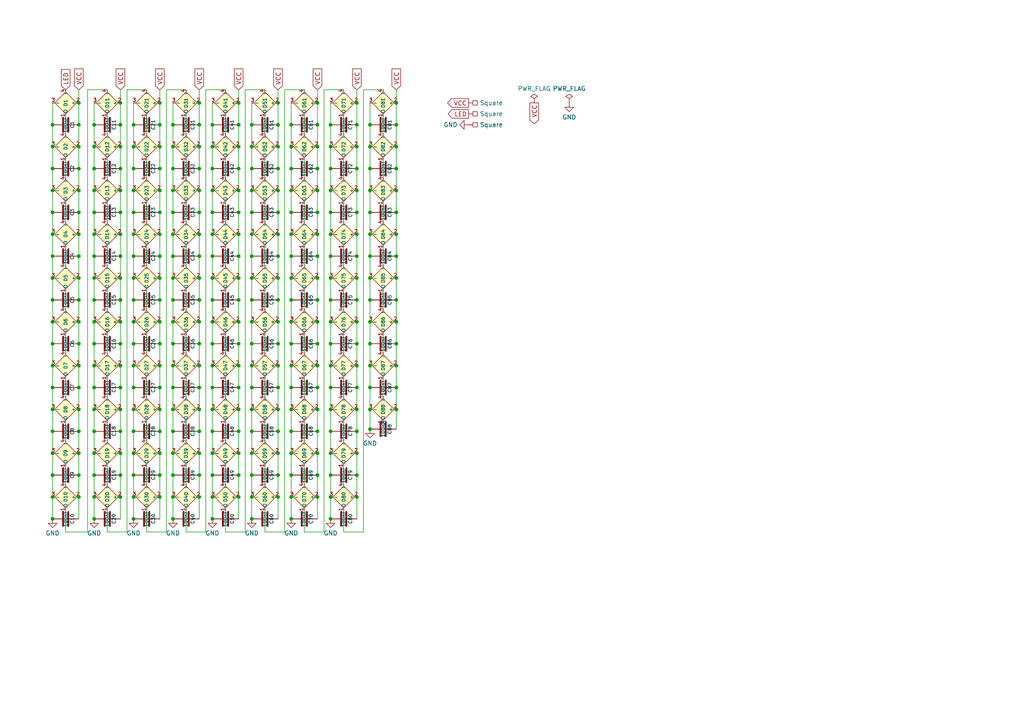
<source format=kicad_sch>
(kicad_sch (version 20241209) (generator "eeschema") (generator_version "9.0")
  (paper "A4")
  (title_block (title "LED ring coaster") (date "${DATE}") (rev "1") (comment 1 "@revk@toot.me.uk") (comment 2 "www.me.uk"))
  (junction (at 103.505 67.945))
  (junction (at 50.165 112.395))
  (junction (at 50.165 55.245))
  (junction (at 84.455 106.045))
  (junction (at 114.935 80.645))
  (junction (at 80.645 48.895))
  (junction (at 80.645 137.795))
  (junction (at 73.025 112.395))
  (junction (at 69.215 86.995))
  (junction (at 57.785 125.095))
  (junction (at 46.355 99.695))
  (junction (at 92.075 67.945))
  (junction (at 84.455 55.245))
  (junction (at 103.505 93.345))
  (junction (at 57.785 80.645))
  (junction (at 22.86 131.445))
  (junction (at 22.86 48.895))
  (junction (at 73.025 74.295))
  (junction (at 69.215 112.395))
  (junction (at 84.455 125.095))
  (junction (at 34.925 61.595))
  (junction (at 27.305 48.895))
  (junction (at 84.455 74.295))
  (junction (at 34.925 93.345))
  (junction (at 61.595 150.495))
  (junction (at 22.86 118.745))
  (junction (at 61.595 36.195))
  (junction (at 22.86 67.945))
  (junction (at 57.785 137.795))
  (junction (at 107.315 48.895))
  (junction (at 80.645 29.845))
  (junction (at 69.215 99.695))
  (junction (at 50.165 80.645))
  (junction (at 103.505 99.695))
  (junction (at 27.305 36.195))
  (junction (at 50.165 106.045))
  (junction (at 92.075 55.245))
  (junction (at 15.24 125.095))
  (junction (at 107.315 80.645))
  (junction (at 80.645 67.945))
  (junction (at 15.24 42.545))
  (junction (at 27.305 93.345))
  (junction (at 61.595 61.595))
  (junction (at 57.785 93.345))
  (junction (at 80.645 131.445))
  (junction (at 61.595 118.745))
  (junction (at 27.305 67.945))
  (junction (at 95.885 80.645))
  (junction (at 114.935 86.995))
  (junction (at 38.735 80.645))
  (junction (at 92.075 42.545))
  (junction (at 22.86 112.395))
  (junction (at 15.24 99.695))
  (junction (at 57.785 144.145))
  (junction (at 34.925 99.695))
  (junction (at 107.315 124.46))
  (junction (at 103.505 125.095))
  (junction (at 15.24 137.795))
  (junction (at 92.075 29.845))
  (junction (at 69.215 125.095))
  (junction (at 69.215 93.345))
  (junction (at 57.785 74.295))
  (junction (at 38.735 48.895))
  (junction (at 57.785 67.945))
  (junction (at 61.595 131.445))
  (junction (at 27.305 80.645))
  (junction (at 69.215 29.845))
  (junction (at 107.315 36.195))
  (junction (at 22.86 93.345))
  (junction (at 34.925 36.195))
  (junction (at 22.86 137.795))
  (junction (at 103.505 106.045))
  (junction (at 80.645 42.545))
  (junction (at 95.885 118.745))
  (junction (at 57.785 61.595))
  (junction (at 92.075 131.445))
  (junction (at 46.355 144.145))
  (junction (at 107.315 74.295))
  (junction (at 22.86 80.645))
  (junction (at 92.075 99.695))
  (junction (at 92.075 137.795))
  (junction (at 73.025 48.895))
  (junction (at 103.505 144.145))
  (junction (at 84.455 36.195))
  (junction (at 34.925 55.245))
  (junction (at 80.645 125.095))
  (junction (at 50.165 137.795))
  (junction (at 57.785 55.245))
  (junction (at 57.785 36.195))
  (junction (at 80.645 61.595))
  (junction (at 107.315 99.695))
  (junction (at 114.935 99.695))
  (junction (at 50.165 86.995))
  (junction (at 38.735 137.795))
  (junction (at 34.925 118.745))
  (junction (at 73.025 93.345))
  (junction (at 50.165 125.095))
  (junction (at 38.735 93.345))
  (junction (at 84.455 93.345))
  (junction (at 73.025 67.945))
  (junction (at 69.215 61.595))
  (junction (at 61.595 99.695))
  (junction (at 46.355 61.595))
  (junction (at 114.935 55.245))
  (junction (at 46.355 125.095))
  (junction (at 46.355 48.895))
  (junction (at 80.645 112.395))
  (junction (at 84.455 118.745))
  (junction (at 114.935 61.595))
  (junction (at 114.935 42.545))
  (junction (at 61.595 67.945))
  (junction (at 103.505 48.895))
  (junction (at 50.165 144.145))
  (junction (at 73.025 80.645))
  (junction (at 92.075 61.595))
  (junction (at 34.925 125.095))
  (junction (at 50.165 93.345))
  (junction (at 73.025 137.795))
  (junction (at 34.925 112.395))
  (junction (at 73.025 55.245))
  (junction (at 15.24 55.245))
  (junction (at 50.165 150.495))
  (junction (at 61.595 55.245))
  (junction (at 80.645 118.745))
  (junction (at 46.355 55.245))
  (junction (at 22.86 86.995))
  (junction (at 15.24 74.295))
  (junction (at 38.735 144.145))
  (junction (at 69.215 106.045))
  (junction (at 73.025 42.545))
  (junction (at 69.215 80.645))
  (junction (at 103.505 112.395))
  (junction (at 107.315 55.245))
  (junction (at 61.595 42.545))
  (junction (at 84.455 42.545))
  (junction (at 69.215 144.145))
  (junction (at 80.645 74.295))
  (junction (at 80.645 99.695))
  (junction (at 57.785 48.895))
  (junction (at 61.595 106.045))
  (junction (at 46.355 106.045))
  (junction (at 38.735 99.695))
  (junction (at 103.505 86.995))
  (junction (at 22.86 74.295))
  (junction (at 73.025 125.095))
  (junction (at 46.355 137.795))
  (junction (at 34.925 137.795))
  (junction (at 27.305 86.995))
  (junction (at 50.165 118.745))
  (junction (at 95.885 106.045))
  (junction (at 84.455 150.495))
  (junction (at 57.785 118.745))
  (junction (at 103.505 131.445))
  (junction (at 15.24 144.145))
  (junction (at 38.735 42.545))
  (junction (at 73.025 86.995))
  (junction (at 50.165 48.895))
  (junction (at 27.305 112.395))
  (junction (at 103.505 137.795))
  (junction (at 61.595 74.295))
  (junction (at 22.86 29.845))
  (junction (at 34.925 67.945))
  (junction (at 114.935 93.345))
  (junction (at 84.455 144.145))
  (junction (at 95.885 36.195))
  (junction (at 95.885 86.995))
  (junction (at 61.595 137.795))
  (junction (at 38.735 106.045))
  (junction (at 69.215 118.745))
  (junction (at 15.24 67.945))
  (junction (at 34.925 42.545))
  (junction (at 73.025 61.595))
  (junction (at 38.735 86.995))
  (junction (at 84.455 48.895))
  (junction (at 95.885 48.895))
  (junction (at 61.595 93.345))
  (junction (at 103.505 29.845))
  (junction (at 92.075 118.745))
  (junction (at 80.645 106.045))
  (junction (at 22.86 42.545))
  (junction (at 114.935 36.195))
  (junction (at 27.305 42.545))
  (junction (at 50.165 36.195))
  (junction (at 95.885 150.495))
  (junction (at 38.735 36.195))
  (junction (at 69.215 48.895))
  (junction (at 50.165 61.595))
  (junction (at 107.315 93.345))
  (junction (at 84.455 99.695))
  (junction (at 92.075 144.145))
  (junction (at 69.215 67.945))
  (junction (at 34.925 106.045))
  (junction (at 103.505 74.295))
  (junction (at 95.885 42.545))
  (junction (at 15.24 61.595))
  (junction (at 92.075 36.195))
  (junction (at 80.645 144.145))
  (junction (at 27.305 118.745))
  (junction (at 27.305 150.495))
  (junction (at 15.24 106.045))
  (junction (at 22.86 106.045))
  (junction (at 103.505 80.645))
  (junction (at 34.925 144.145))
  (junction (at 50.165 42.545))
  (junction (at 69.215 131.445))
  (junction (at 34.925 48.895))
  (junction (at 103.505 61.595))
  (junction (at 27.305 106.045))
  (junction (at 38.735 67.945))
  (junction (at 34.925 131.445))
  (junction (at 27.305 137.795))
  (junction (at 84.455 86.995))
  (junction (at 69.215 55.245))
  (junction (at 50.165 67.945))
  (junction (at 46.355 36.195))
  (junction (at 22.86 125.095))
  (junction (at 80.645 36.195))
  (junction (at 92.075 106.045))
  (junction (at 84.455 137.795))
  (junction (at 95.885 55.245))
  (junction (at 46.355 112.395))
  (junction (at 103.505 42.545))
  (junction (at 107.315 42.545))
  (junction (at 34.925 80.645))
  (junction (at 84.455 67.945))
  (junction (at 95.885 99.695))
  (junction (at 80.645 93.345))
  (junction (at 38.735 74.295))
  (junction (at 15.24 48.895))
  (junction (at 57.785 131.445))
  (junction (at 80.645 86.995))
  (junction (at 22.86 61.595))
  (junction (at 61.595 86.995))
  (junction (at 46.355 86.995))
  (junction (at 46.355 80.645))
  (junction (at 73.025 144.145))
  (junction (at 69.215 74.295))
  (junction (at 80.645 80.645))
  (junction (at 92.075 93.345))
  (junction (at 61.595 48.895))
  (junction (at 92.075 112.395))
  (junction (at 50.165 99.695))
  (junction (at 38.735 118.745))
  (junction (at 46.355 29.845))
  (junction (at 46.355 93.345))
  (junction (at 80.645 55.245))
  (junction (at 15.24 36.195))
  (junction (at 73.025 131.445))
  (junction (at 22.86 144.145))
  (junction (at 95.885 67.945))
  (junction (at 114.935 74.295))
  (junction (at 61.595 144.145))
  (junction (at 15.24 86.995))
  (junction (at 34.925 74.295))
  (junction (at 95.885 93.345))
  (junction (at 61.595 80.645))
  (junction (at 57.785 112.395))
  (junction (at 73.025 106.045))
  (junction (at 114.935 67.945))
  (junction (at 69.215 137.795))
  (junction (at 73.025 150.495))
  (junction (at 46.355 118.745))
  (junction (at 95.885 125.095))
  (junction (at 50.165 131.445))
  (junction (at 15.24 93.345))
  (junction (at 73.025 118.745))
  (junction (at 107.315 118.745))
  (junction (at 107.315 106.045))
  (junction (at 46.355 67.945))
  (junction (at 107.315 86.995))
  (junction (at 107.315 67.945))
  (junction (at 95.885 137.795))
  (junction (at 38.735 131.445))
  (junction (at 114.935 29.845))
  (junction (at 61.595 125.095))
  (junction (at 15.24 112.395))
  (junction (at 95.885 131.445))
  (junction (at 34.925 86.995))
  (junction (at 38.735 125.095))
  (junction (at 103.505 36.195))
  (junction (at 57.785 29.845))
  (junction (at 27.305 125.095))
  (junction (at 107.315 112.395))
  (junction (at 15.24 150.495))
  (junction (at 15.24 118.745))
  (junction (at 84.455 131.445))
  (junction (at 34.925 29.845))
  (junction (at 114.935 48.895))
  (junction (at 114.935 112.395))
  (junction (at 107.315 61.595))
  (junction (at 92.075 80.645))
  (junction (at 114.935 106.045))
  (junction (at 15.24 80.645))
  (junction (at 38.735 61.595))
  (junction (at 95.885 61.595))
  (junction (at 50.165 74.295))
  (junction (at 92.075 74.295))
  (junction (at 22.86 55.245))
  (junction (at 103.505 118.745))
  (junction (at 22.86 36.195))
  (junction (at 27.305 61.595))
  (junction (at 103.505 55.245))
  (junction (at 73.025 99.695))
  (junction (at 57.785 42.545))
  (junction (at 69.215 36.195))
  (junction (at 57.785 106.045))
  (junction (at 22.86 99.695))
  (junction (at 46.355 131.445))
  (junction (at 95.885 112.395))
  (junction (at 73.025 36.195))
  (junction (at 38.735 112.395))
  (junction (at 27.305 55.245))
  (junction (at 95.885 74.295))
  (junction (at 27.305 74.295))
  (junction (at 69.215 42.545))
  (junction (at 38.735 150.495))
  (junction (at 114.935 118.745))
  (junction (at 92.075 125.095))
  (junction (at 92.075 86.995))
  (junction (at 57.785 99.695))
  (junction (at 57.785 86.995))
  (junction (at 27.305 131.445))
  (junction (at 61.595 112.395))
  (junction (at 84.455 61.595))
  (junction (at 95.885 144.145))
  (junction (at 84.455 80.645))
  (junction (at 27.305 99.695))
  (junction (at 38.735 55.245))
  (junction (at 92.075 48.895))
  (junction (at 27.305 144.145))
  (junction (at 46.355 74.295))
  (junction (at 46.355 42.545))
  (junction (at 15.24 131.445))
  (junction (at 84.455 112.395))
  (no_connect (at 111.125 122.555))
  (wire (pts (xy 73.025 86.995) (xy 73.025 93.345)))
  (wire (pts (xy 27.305 125.095) (xy 27.305 131.445)))
  (wire (pts (xy 46.355 80.645) (xy 46.355 86.995)))
  (wire (pts (xy 69.215 144.145) (xy 69.215 150.495)))
  (wire (pts (xy 69.215 26.035) (xy 69.215 29.845)))
  (wire (pts (xy 61.595 74.295) (xy 61.595 80.645)))
  (wire (pts (xy 69.215 118.745) (xy 69.215 125.095)))
  (wire (pts (xy 103.505 80.645) (xy 103.505 86.995)))
  (wire (pts (xy 61.595 118.745) (xy 61.595 125.095)))
  (wire (pts (xy 107.315 80.645) (xy 107.315 86.995)))
  (wire (pts (xy 61.595 42.545) (xy 61.595 48.895)))
  (wire (pts (xy 46.355 29.845) (xy 46.355 36.195)))
  (wire (pts (xy 31.115 84.455) (xy 31.115 89.535)))
  (wire (pts (xy 27.305 36.195) (xy 27.305 42.545)))
  (wire (pts (xy 27.305 131.445) (xy 27.305 137.795)))
  (wire (pts (xy 73.025 118.745) (xy 73.025 125.095)))
  (wire (pts (xy 65.405 109.855) (xy 65.405 114.935)))
  (wire (pts (xy 15.24 99.695) (xy 15.24 106.045)))
  (wire (pts (xy 61.595 144.145) (xy 61.595 150.495)))
  (wire (pts (xy 103.505 144.145) (xy 103.505 150.495)))
  (wire (pts (xy 19.05 71.755) (xy 19.05 76.835)))
  (wire (pts (xy 38.735 36.195) (xy 38.735 42.545)))
  (wire (pts (xy 42.545 46.355) (xy 42.545 51.435)))
  (wire (pts (xy 107.315 86.995) (xy 107.315 93.345)))
  (wire (pts (xy 84.455 144.145) (xy 84.455 150.495)))
  (wire (pts (xy 103.505 118.745) (xy 103.505 125.095)))
  (wire (pts (xy 25.4 26.035) (xy 25.4 154.305)))
  (wire (pts (xy 114.935 36.195) (xy 114.935 42.545)))
  (wire (pts (xy 114.935 112.395) (xy 114.935 118.745)))
  (wire (pts (xy 73.025 112.395) (xy 73.025 118.745)))
  (wire (pts (xy 114.935 26.035) (xy 114.935 29.845)))
  (wire (pts (xy 92.075 93.345) (xy 92.075 99.695)))
  (wire (pts (xy 53.975 26.035) (xy 48.26 26.035)))
  (wire (pts (xy 36.83 154.305) (xy 31.115 154.305)))
  (wire (pts (xy 65.405 59.055) (xy 65.405 64.135)))
  (wire (pts (xy 15.24 93.345) (xy 15.24 99.695)))
  (wire (pts (xy 111.125 84.455) (xy 111.125 89.535)))
  (wire (pts (xy 19.05 109.855) (xy 19.05 114.935)))
  (wire (pts (xy 50.165 112.395) (xy 50.165 118.745)))
  (wire (pts (xy 76.835 97.155) (xy 76.835 102.235)))
  (wire (pts (xy 95.885 112.395) (xy 95.885 118.745)))
  (wire (pts (xy 34.925 106.045) (xy 34.925 112.395)))
  (wire (pts (xy 95.885 93.345) (xy 95.885 99.695)))
  (wire (pts (xy 42.545 97.155) (xy 42.545 102.235)))
  (wire (pts (xy 92.075 99.695) (xy 92.075 106.045)))
  (wire (pts (xy 22.86 125.095) (xy 22.86 131.445)))
  (wire (pts (xy 15.24 55.245) (xy 15.24 61.595)))
  (wire (pts (xy 92.075 48.895) (xy 92.075 55.245)))
  (wire (pts (xy 95.885 118.745) (xy 95.885 125.095)))
  (wire (pts (xy 34.925 29.845) (xy 34.925 36.195)))
  (wire (pts (xy 22.86 99.695) (xy 22.86 106.045)))
  (wire (pts (xy 50.165 55.245) (xy 50.165 61.595)))
  (wire (pts (xy 65.405 46.355) (xy 65.405 51.435)))
  (wire (pts (xy 69.215 67.945) (xy 69.215 74.295)))
  (wire (pts (xy 38.735 29.845) (xy 38.735 36.195)))
  (wire (pts (xy 31.115 59.055) (xy 31.115 64.135)))
  (wire (pts (xy 53.975 46.355) (xy 53.975 51.435)))
  (wire (pts (xy 92.075 125.095) (xy 92.075 131.445)))
  (wire (pts (xy 107.315 118.745) (xy 107.315 124.46)))
  (wire (pts (xy 46.355 86.995) (xy 46.355 93.345)))
  (wire (pts (xy 50.165 137.795) (xy 50.165 144.145)))
  (wire (pts (xy 92.075 74.295) (xy 92.075 80.645)))
  (wire (pts (xy 38.735 144.145) (xy 38.735 150.495)))
  (wire (pts (xy 53.975 147.955) (xy 53.975 154.305)))
  (wire (pts (xy 57.785 74.295) (xy 57.785 80.645)))
  (wire (pts (xy 22.86 137.795) (xy 22.86 144.145)))
  (wire (pts (xy 22.86 67.945) (xy 22.86 74.295)))
  (wire (pts (xy 19.05 46.355) (xy 19.05 51.435)))
  (wire (pts (xy 107.315 42.545) (xy 107.315 48.895)))
  (wire (pts (xy 50.165 42.545) (xy 50.165 48.895)))
  (wire (pts (xy 88.265 109.855) (xy 88.265 114.935)))
  (wire (pts (xy 114.935 61.595) (xy 114.935 67.945)))
  (wire (pts (xy 95.885 36.195) (xy 95.885 42.545)))
  (wire (pts (xy 80.645 144.145) (xy 80.645 150.495)))
  (wire (pts (xy 38.735 67.945) (xy 38.735 74.295)))
  (wire (pts (xy 53.975 71.755) (xy 53.975 76.835)))
  (wire (pts (xy 57.785 80.645) (xy 57.785 86.995)))
  (wire (pts (xy 31.115 33.655) (xy 31.115 38.735)))
  (wire (pts (xy 42.545 84.455) (xy 42.545 89.535)))
  (wire (pts (xy 76.835 122.555) (xy 76.835 127.635)))
  (wire (pts (xy 92.075 29.845) (xy 92.075 36.195)))
  (wire (pts (xy 103.505 55.245) (xy 103.505 61.595)))
  (wire (pts (xy 103.505 67.945) (xy 103.505 74.295)))
  (wire (pts (xy 61.595 48.895) (xy 61.595 55.245)))
  (wire (pts (xy 114.935 99.695) (xy 114.935 106.045)))
  (wire (pts (xy 57.785 131.445) (xy 57.785 137.795)))
  (wire (pts (xy 99.695 147.955) (xy 99.695 154.305)))
  (wire (pts (xy 46.355 93.345) (xy 46.355 99.695)))
  (wire (pts (xy 92.075 61.595) (xy 92.075 67.945)))
  (wire (pts (xy 34.925 86.995) (xy 34.925 93.345)))
  (wire (pts (xy 80.645 74.295) (xy 80.645 80.645)))
  (wire (pts (xy 93.98 154.305) (xy 88.265 154.305)))
  (wire (pts (xy 95.885 80.645) (xy 95.885 86.995)))
  (wire (pts (xy 92.075 36.195) (xy 92.075 42.545)))
  (wire (pts (xy 31.115 97.155) (xy 31.115 102.235)))
  (wire (pts (xy 65.405 147.955) (xy 65.405 154.305)))
  (wire (pts (xy 57.785 99.695) (xy 57.785 106.045)))
  (wire (pts (xy 65.405 135.255) (xy 65.405 140.335)))
  (wire (pts (xy 57.785 93.345) (xy 57.785 99.695)))
  (wire (pts (xy 88.265 84.455) (xy 88.265 89.535)))
  (wire (pts (xy 46.355 74.295) (xy 46.355 80.645)))
  (wire (pts (xy 103.505 29.845) (xy 103.505 36.195)))
  (wire (pts (xy 103.505 112.395) (xy 103.505 118.745)))
  (wire (pts (xy 50.165 61.595) (xy 50.165 67.945)))
  (wire (pts (xy 50.165 74.295) (xy 50.165 80.645)))
  (wire (pts (xy 107.315 55.245) (xy 107.315 61.595)))
  (wire (pts (xy 46.355 67.945) (xy 46.355 74.295)))
  (wire (pts (xy 80.645 26.035) (xy 80.645 29.845)))
  (wire (pts (xy 76.835 135.255) (xy 76.835 140.335)))
  (wire (pts (xy 22.86 29.845) (xy 22.86 36.195)))
  (wire (pts (xy 50.165 144.145) (xy 50.165 150.495)))
  (wire (pts (xy 82.55 26.035) (xy 82.55 154.305)))
  (wire (pts (xy 95.885 55.245) (xy 95.885 61.595)))
  (wire (pts (xy 92.075 137.795) (xy 92.075 144.145)))
  (wire (pts (xy 38.735 74.295) (xy 38.735 80.645)))
  (wire (pts (xy 22.86 131.445) (xy 22.86 137.795)))
  (wire (pts (xy 80.645 48.895) (xy 80.645 55.245)))
  (wire (pts (xy 34.925 131.445) (xy 34.925 137.795)))
  (wire (pts (xy 22.86 93.345) (xy 22.86 99.695)))
  (wire (pts (xy 57.785 36.195) (xy 57.785 42.545)))
  (wire (pts (xy 15.24 74.295) (xy 15.24 80.645)))
  (wire (pts (xy 71.12 26.035) (xy 71.12 154.305)))
  (wire (pts (xy 22.86 42.545) (xy 22.86 48.895)))
  (wire (pts (xy 76.835 26.035) (xy 71.12 26.035)))
  (wire (pts (xy 34.925 137.795) (xy 34.925 144.145)))
  (wire (pts (xy 50.165 99.695) (xy 50.165 106.045)))
  (wire (pts (xy 34.925 118.745) (xy 34.925 125.095)))
  (wire (pts (xy 61.595 93.345) (xy 61.595 99.695)))
  (wire (pts (xy 57.785 29.845) (xy 57.785 36.195)))
  (wire (pts (xy 34.925 42.545) (xy 34.925 48.895)))
  (wire (pts (xy 111.125 33.655) (xy 111.125 38.735)))
  (wire (pts (xy 53.975 135.255) (xy 53.975 140.335)))
  (wire (pts (xy 31.115 122.555) (xy 31.115 127.635)))
  (wire (pts (xy 50.165 125.095) (xy 50.165 131.445)))
  (wire (pts (xy 42.545 33.655) (xy 42.545 38.735)))
  (wire (pts (xy 46.355 99.695) (xy 46.355 106.045)))
  (wire (pts (xy 27.305 144.145) (xy 27.305 150.495)))
  (wire (pts (xy 80.645 93.345) (xy 80.645 99.695)))
  (wire (pts (xy 38.735 80.645) (xy 38.735 86.995)))
  (wire (pts (xy 95.885 67.945) (xy 95.885 74.295)))
  (wire (pts (xy 31.115 71.755) (xy 31.115 76.835)))
  (wire (pts (xy 46.355 131.445) (xy 46.355 137.795)))
  (wire (pts (xy 73.025 106.045) (xy 73.025 112.395)))
  (wire (pts (xy 80.645 36.195) (xy 80.645 42.545)))
  (wire (pts (xy 84.455 48.895) (xy 84.455 55.245)))
  (wire (pts (xy 34.925 48.895) (xy 34.925 55.245)))
  (wire (pts (xy 73.025 144.145) (xy 73.025 150.495)))
  (wire (pts (xy 22.86 118.745) (xy 22.86 125.095)))
  (wire (pts (xy 15.24 125.095) (xy 15.24 131.445)))
  (wire (pts (xy 93.98 26.035) (xy 93.98 154.305)))
  (wire (pts (xy 25.4 154.305) (xy 19.05 154.305)))
  (wire (pts (xy 84.455 55.245) (xy 84.455 61.595)))
  (wire (pts (xy 65.405 26.035) (xy 59.69 26.035)))
  (wire (pts (xy 88.265 135.255) (xy 88.265 140.335)))
  (wire (pts (xy 95.885 99.695) (xy 95.885 106.045)))
  (wire (pts (xy 99.695 135.255) (xy 99.695 140.335)))
  (wire (pts (xy 57.785 48.895) (xy 57.785 55.245)))
  (wire (pts (xy 38.735 42.545) (xy 38.735 48.895)))
  (wire (pts (xy 69.215 125.095) (xy 69.215 131.445)))
  (wire (pts (xy 61.595 125.095) (xy 61.595 131.445)))
  (wire (pts (xy 15.24 131.445) (xy 15.24 137.795)))
  (wire (pts (xy 57.785 55.245) (xy 57.785 61.595)))
  (wire (pts (xy 34.925 112.395) (xy 34.925 118.745)))
  (wire (pts (xy 69.215 137.795) (xy 69.215 144.145)))
  (wire (pts (xy 76.835 71.755) (xy 76.835 76.835)))
  (wire (pts (xy 76.835 59.055) (xy 76.835 64.135)))
  (wire (pts (xy 107.315 112.395) (xy 107.315 118.745)))
  (wire (pts (xy 38.735 125.095) (xy 38.735 131.445)))
  (wire (pts (xy 73.025 61.595) (xy 73.025 67.945)))
  (wire (pts (xy 105.41 26.035) (xy 105.41 154.305)))
  (wire (pts (xy 57.785 112.395) (xy 57.785 118.745)))
  (wire (pts (xy 69.215 80.645) (xy 69.215 86.995)))
  (wire (pts (xy 73.025 55.245) (xy 73.025 61.595)))
  (wire (pts (xy 61.595 99.695) (xy 61.595 106.045)))
  (wire (pts (xy 38.735 55.245) (xy 38.735 61.595)))
  (wire (pts (xy 34.925 67.945) (xy 34.925 74.295)))
  (wire (pts (xy 15.24 67.945) (xy 15.24 74.295)))
  (wire (pts (xy 22.86 48.895) (xy 22.86 55.245)))
  (wire (pts (xy 95.885 106.045) (xy 95.885 112.395)))
  (wire (pts (xy 114.935 55.245) (xy 114.935 61.595)))
  (wire (pts (xy 42.545 26.035) (xy 36.83 26.035)))
  (wire (pts (xy 92.075 106.045) (xy 92.075 112.395)))
  (wire (pts (xy 61.595 61.595) (xy 61.595 67.945)))
  (wire (pts (xy 99.695 122.555) (xy 99.695 127.635)))
  (wire (pts (xy 76.835 33.655) (xy 76.835 38.735)))
  (wire (pts (xy 111.125 109.855) (xy 111.125 114.935)))
  (wire (pts (xy 38.735 131.445) (xy 38.735 137.795)))
  (wire (pts (xy 19.05 97.155) (xy 19.05 102.235)))
  (wire (pts (xy 111.125 71.755) (xy 111.125 76.835)))
  (wire (pts (xy 107.315 106.045) (xy 107.315 112.395)))
  (wire (pts (xy 27.305 29.845) (xy 27.305 36.195)))
  (wire (pts (xy 88.265 33.655) (xy 88.265 38.735)))
  (wire (pts (xy 38.735 86.995) (xy 38.735 93.345)))
  (wire (pts (xy 92.075 112.395) (xy 92.075 118.745)))
  (wire (pts (xy 84.455 125.095) (xy 84.455 131.445)))
  (wire (pts (xy 65.405 84.455) (xy 65.405 89.535)))
  (wire (pts (xy 38.735 61.595) (xy 38.735 67.945)))
  (wire (pts (xy 27.305 86.995) (xy 27.305 93.345)))
  (wire (pts (xy 103.505 74.295) (xy 103.505 80.645)))
  (wire (pts (xy 80.645 112.395) (xy 80.645 118.745)))
  (wire (pts (xy 22.86 106.045) (xy 22.86 112.395)))
  (wire (pts (xy 99.695 46.355) (xy 99.695 51.435)))
  (wire (pts (xy 107.315 29.845) (xy 107.315 36.195)))
  (wire (pts (xy 82.55 154.305) (xy 76.835 154.305)))
  (wire (pts (xy 95.885 74.295) (xy 95.885 80.645)))
  (wire (pts (xy 15.24 42.545) (xy 15.24 48.895)))
  (wire (pts (xy 27.305 42.545) (xy 27.305 48.895)))
  (wire (pts (xy 84.455 118.745) (xy 84.455 125.095)))
  (wire (pts (xy 59.69 154.305) (xy 53.975 154.305)))
  (wire (pts (xy 61.595 137.795) (xy 61.595 144.145)))
  (wire (pts (xy 80.645 61.595) (xy 80.645 67.945)))
  (wire (pts (xy 88.265 97.155) (xy 88.265 102.235)))
  (wire (pts (xy 27.305 112.395) (xy 27.305 118.745)))
  (wire (pts (xy 114.935 93.345) (xy 114.935 99.695)))
  (wire (pts (xy 88.265 122.555) (xy 88.265 127.635)))
  (wire (pts (xy 103.505 26.035) (xy 103.505 29.845)))
  (wire (pts (xy 84.455 29.845) (xy 84.455 36.195)))
  (wire (pts (xy 46.355 61.595) (xy 46.355 67.945)))
  (wire (pts (xy 19.05 59.055) (xy 19.05 64.135)))
  (wire (pts (xy 103.505 48.895) (xy 103.505 55.245)))
  (wire (pts (xy 69.215 42.545) (xy 69.215 48.895)))
  (wire (pts (xy 50.165 106.045) (xy 50.165 112.395)))
  (wire (pts (xy 34.925 74.295) (xy 34.925 80.645)))
  (wire (pts (xy 61.595 106.045) (xy 61.595 112.395)))
  (wire (pts (xy 46.355 144.145) (xy 46.355 150.495)))
  (wire (pts (xy 92.075 42.545) (xy 92.075 48.895)))
  (wire (pts (xy 80.645 99.695) (xy 80.645 106.045)))
  (wire (pts (xy 73.025 48.895) (xy 73.025 55.245)))
  (wire (pts (xy 34.925 55.245) (xy 34.925 61.595)))
  (wire (pts (xy 92.075 80.645) (xy 92.075 86.995)))
  (wire (pts (xy 38.735 93.345) (xy 38.735 99.695)))
  (wire (pts (xy 114.935 67.945) (xy 114.935 74.295)))
  (wire (pts (xy 38.735 137.795) (xy 38.735 144.145)))
  (wire (pts (xy 69.215 112.395) (xy 69.215 118.745)))
  (wire (pts (xy 76.835 84.455) (xy 76.835 89.535)))
  (wire (pts (xy 95.885 29.845) (xy 95.885 36.195)))
  (wire (pts (xy 38.735 106.045) (xy 38.735 112.395)))
  (wire (pts (xy 34.925 99.695) (xy 34.925 106.045)))
  (wire (pts (xy 31.115 135.255) (xy 31.115 140.335)))
  (wire (pts (xy 22.86 26.035) (xy 22.86 29.845)))
  (wire (pts (xy 50.165 29.845) (xy 50.165 36.195)))
  (wire (pts (xy 27.305 74.295) (xy 27.305 80.645)))
  (wire (pts (xy 46.355 118.745) (xy 46.355 125.095)))
  (wire (pts (xy 84.455 42.545) (xy 84.455 48.895)))
  (wire (pts (xy 50.165 131.445) (xy 50.165 137.795)))
  (wire (pts (xy 84.455 80.645) (xy 84.455 86.995)))
  (wire (pts (xy 103.505 61.595) (xy 103.505 67.945)))
  (wire (pts (xy 73.025 131.445) (xy 73.025 137.795)))
  (wire (pts (xy 80.645 86.995) (xy 80.645 93.345)))
  (wire (pts (xy 27.305 106.045) (xy 27.305 112.395)))
  (wire (pts (xy 95.885 48.895) (xy 95.885 55.245)))
  (wire (pts (xy 61.595 131.445) (xy 61.595 137.795)))
  (wire (pts (xy 69.215 29.845) (xy 69.215 36.195)))
  (wire (pts (xy 103.505 99.695) (xy 103.505 106.045)))
  (wire (pts (xy 53.975 33.655) (xy 53.975 38.735)))
  (wire (pts (xy 84.455 131.445) (xy 84.455 137.795)))
  (wire (pts (xy 15.24 137.795) (xy 15.24 144.145)))
  (wire (pts (xy 53.975 122.555) (xy 53.975 127.635)))
  (wire (pts (xy 114.935 48.895) (xy 114.935 55.245)))
  (wire (pts (xy 73.025 42.545) (xy 73.025 48.895)))
  (wire (pts (xy 34.925 36.195) (xy 34.925 42.545)))
  (wire (pts (xy 42.545 109.855) (xy 42.545 114.935)))
  (wire (pts (xy 99.695 71.755) (xy 99.695 76.835)))
  (wire (pts (xy 84.455 36.195) (xy 84.455 42.545)))
  (wire (pts (xy 27.305 61.595) (xy 27.305 67.945)))
  (wire (pts (xy 15.24 61.595) (xy 15.24 67.945)))
  (wire (pts (xy 19.05 122.555) (xy 19.05 127.635)))
  (wire (pts (xy 22.86 74.295) (xy 22.86 80.645)))
  (wire (pts (xy 84.455 86.995) (xy 84.455 93.345)))
  (wire (pts (xy 80.645 42.545) (xy 80.645 48.895)))
  (wire (pts (xy 22.86 36.195) (xy 22.86 42.545)))
  (wire (pts (xy 65.405 97.155) (xy 65.405 102.235)))
  (wire (pts (xy 73.025 99.695) (xy 73.025 106.045)))
  (wire (pts (xy 80.645 137.795) (xy 80.645 144.145)))
  (wire (pts (xy 80.645 80.645) (xy 80.645 86.995)))
  (wire (pts (xy 73.025 80.645) (xy 73.025 86.995)))
  (wire (pts (xy 34.925 26.035) (xy 34.925 29.845)))
  (wire (pts (xy 22.86 80.645) (xy 22.86 86.995)))
  (wire (pts (xy 80.645 131.445) (xy 80.645 137.795)))
  (wire (pts (xy 114.935 29.845) (xy 114.935 36.195)))
  (wire (pts (xy 88.265 71.755) (xy 88.265 76.835)))
  (wire (pts (xy 84.455 93.345) (xy 84.455 99.695)))
  (wire (pts (xy 111.125 59.055) (xy 111.125 64.135)))
  (wire (pts (xy 103.505 42.545) (xy 103.505 48.895)))
  (wire (pts (xy 84.455 106.045) (xy 84.455 112.395)))
  (wire (pts (xy 99.695 109.855) (xy 99.695 114.935)))
  (wire (pts (xy 50.165 48.895) (xy 50.165 55.245)))
  (wire (pts (xy 73.025 74.295) (xy 73.025 80.645)))
  (wire (pts (xy 69.215 61.595) (xy 69.215 67.945)))
  (wire (pts (xy 69.215 36.195) (xy 69.215 42.545)))
  (wire (pts (xy 22.86 144.145) (xy 22.86 150.495)))
  (wire (pts (xy 27.305 55.245) (xy 27.305 61.595)))
  (wire (pts (xy 38.735 118.745) (xy 38.735 125.095)))
  (wire (pts (xy 46.355 112.395) (xy 46.355 118.745)))
  (wire (pts (xy 34.925 80.645) (xy 34.925 86.995)))
  (wire (pts (xy 69.215 48.895) (xy 69.215 55.245)))
  (wire (pts (xy 95.885 86.995) (xy 95.885 93.345)))
  (wire (pts (xy 76.835 147.955) (xy 76.835 154.305)))
  (wire (pts (xy 46.355 36.195) (xy 46.355 42.545)))
  (wire (pts (xy 57.785 67.945) (xy 57.785 74.295)))
  (wire (pts (xy 111.125 97.155) (xy 111.125 102.235)))
  (wire (pts (xy 114.935 80.645) (xy 114.935 86.995)))
  (wire (pts (xy 27.305 137.795) (xy 27.305 144.145)))
  (wire (pts (xy 46.355 42.545) (xy 46.355 48.895)))
  (wire (pts (xy 99.695 84.455) (xy 99.695 89.535)))
  (wire (pts (xy 31.115 109.855) (xy 31.115 114.935)))
  (wire (pts (xy 80.645 29.845) (xy 80.645 36.195)))
  (wire (pts (xy 19.05 84.455) (xy 19.05 89.535)))
  (wire (pts (xy 61.595 67.945) (xy 61.595 74.295)))
  (wire (pts (xy 80.645 125.095) (xy 80.645 131.445)))
  (wire (pts (xy 95.885 42.545) (xy 95.885 48.895)))
  (wire (pts (xy 53.975 59.055) (xy 53.975 64.135)))
  (wire (pts (xy 107.315 99.695) (xy 107.315 106.045)))
  (wire (pts (xy 71.12 154.305) (xy 65.405 154.305)))
  (wire (pts (xy 114.935 42.545) (xy 114.935 48.895)))
  (wire (pts (xy 65.405 122.555) (xy 65.405 127.635)))
  (wire (pts (xy 27.305 48.895) (xy 27.305 55.245)))
  (wire (pts (xy 42.545 122.555) (xy 42.545 127.635)))
  (wire (pts (xy 46.355 137.795) (xy 46.355 144.145)))
  (wire (pts (xy 65.405 71.755) (xy 65.405 76.835)))
  (wire (pts (xy 57.785 125.095) (xy 57.785 131.445)))
  (wire (pts (xy 61.595 36.195) (xy 61.595 42.545)))
  (wire (pts (xy 42.545 135.255) (xy 42.545 140.335)))
  (wire (pts (xy 19.05 135.255) (xy 19.05 140.335)))
  (wire (pts (xy 69.215 86.995) (xy 69.215 93.345)))
  (wire (pts (xy 57.785 144.145) (xy 57.785 150.495)))
  (wire (pts (xy 50.165 118.745) (xy 50.165 125.095)))
  (wire (pts (xy 34.925 125.095) (xy 34.925 131.445)))
  (wire (pts (xy 95.885 144.145) (xy 95.885 150.495)))
  (wire (pts (xy 84.455 137.795) (xy 84.455 144.145)))
  (wire (pts (xy 46.355 26.035) (xy 46.355 29.845)))
  (wire (pts (xy 99.695 33.655) (xy 99.695 38.735)))
  (wire (pts (xy 61.595 86.995) (xy 61.595 93.345)))
  (wire (pts (xy 61.595 29.845) (xy 61.595 36.195)))
  (wire (pts (xy 22.86 86.995) (xy 22.86 93.345)))
  (wire (pts (xy 92.075 26.035) (xy 92.075 29.845)))
  (wire (pts (xy 114.935 106.045) (xy 114.935 112.395)))
  (wire (pts (xy 38.735 48.895) (xy 38.735 55.245)))
  (wire (pts (xy 84.455 61.595) (xy 84.455 67.945)))
  (wire (pts (xy 99.695 26.035) (xy 93.98 26.035)))
  (wire (pts (xy 69.215 93.345) (xy 69.215 99.695)))
  (wire (pts (xy 107.315 48.895) (xy 107.315 55.245)))
  (wire (pts (xy 69.215 106.045) (xy 69.215 112.395)))
  (wire (pts (xy 31.115 46.355) (xy 31.115 51.435)))
  (wire (pts (xy 103.505 93.345) (xy 103.505 99.695)))
  (wire (pts (xy 84.455 74.295) (xy 84.455 80.645)))
  (wire (pts (xy 107.315 61.595) (xy 107.315 67.945)))
  (wire (pts (xy 103.505 125.095) (xy 103.505 131.445)))
  (wire (pts (xy 114.935 86.995) (xy 114.935 93.345)))
  (wire (pts (xy 15.24 29.845) (xy 15.24 36.195)))
  (wire (pts (xy 46.355 106.045) (xy 46.355 112.395)))
  (wire (pts (xy 76.835 109.855) (xy 76.835 114.935)))
  (wire (pts (xy 111.125 46.355) (xy 111.125 51.435)))
  (wire (pts (xy 84.455 99.695) (xy 84.455 106.045)))
  (wire (pts (xy 15.24 48.895) (xy 15.24 55.245)))
  (wire (pts (xy 88.265 46.355) (xy 88.265 51.435)))
  (wire (pts (xy 95.885 137.795) (xy 95.885 144.145)))
  (wire (pts (xy 114.935 74.295) (xy 114.935 80.645)))
  (wire (pts (xy 88.265 59.055) (xy 88.265 64.135)))
  (wire (pts (xy 80.645 118.745) (xy 80.645 125.095)))
  (wire (pts (xy 73.025 67.945) (xy 73.025 74.295)))
  (wire (pts (xy 61.595 112.395) (xy 61.595 118.745)))
  (wire (pts (xy 95.885 125.095) (xy 95.885 131.445)))
  (wire (pts (xy 57.785 86.995) (xy 57.785 93.345)))
  (wire (pts (xy 15.24 36.195) (xy 15.24 42.545)))
  (wire (pts (xy 76.835 46.355) (xy 76.835 51.435)))
  (wire (pts (xy 59.69 26.035) (xy 59.69 154.305)))
  (wire (pts (xy 27.305 99.695) (xy 27.305 106.045)))
  (wire (pts (xy 50.165 67.945) (xy 50.165 74.295)))
  (wire (pts (xy 61.595 55.245) (xy 61.595 61.595)))
  (wire (pts (xy 53.975 84.455) (xy 53.975 89.535)))
  (wire (pts (xy 92.075 55.245) (xy 92.075 61.595)))
  (wire (pts (xy 92.075 67.945) (xy 92.075 74.295)))
  (wire (pts (xy 34.925 93.345) (xy 34.925 99.695)))
  (wire (pts (xy 65.405 33.655) (xy 65.405 38.735)))
  (wire (pts (xy 42.545 147.955) (xy 42.545 154.305)))
  (wire (pts (xy 88.265 147.955) (xy 88.265 154.305)))
  (wire (pts (xy 15.24 118.745) (xy 15.24 125.095)))
  (wire (pts (xy 15.24 106.045) (xy 15.24 112.395)))
  (wire (pts (xy 57.785 137.795) (xy 57.785 144.145)))
  (wire (pts (xy 73.025 137.795) (xy 73.025 144.145)))
  (wire (pts (xy 69.215 131.445) (xy 69.215 137.795)))
  (wire (pts (xy 73.025 125.095) (xy 73.025 131.445)))
  (wire (pts (xy 57.785 106.045) (xy 57.785 112.395)))
  (wire (pts (xy 31.115 154.305) (xy 31.115 147.955)))
  (wire (pts (xy 73.025 36.195) (xy 73.025 42.545)))
  (wire (pts (xy 46.355 125.095) (xy 46.355 131.445)))
  (wire (pts (xy 92.075 144.145) (xy 92.075 150.495)))
  (wire (pts (xy 36.83 26.035) (xy 36.83 154.305)))
  (wire (pts (xy 48.26 26.035) (xy 48.26 154.305)))
  (wire (pts (xy 105.41 154.305) (xy 99.695 154.305)))
  (wire (pts (xy 73.025 29.845) (xy 73.025 36.195)))
  (wire (pts (xy 73.025 93.345) (xy 73.025 99.695)))
  (wire (pts (xy 88.265 26.035) (xy 82.55 26.035)))
  (wire (pts (xy 15.24 144.145) (xy 15.24 150.495)))
  (wire (pts (xy 61.595 80.645) (xy 61.595 86.995)))
  (wire (pts (xy 84.455 112.395) (xy 84.455 118.745)))
  (wire (pts (xy 15.24 86.995) (xy 15.24 93.345)))
  (wire (pts (xy 15.24 80.645) (xy 15.24 86.995)))
  (wire (pts (xy 27.305 93.345) (xy 27.305 99.695)))
  (wire (pts (xy 53.975 97.155) (xy 53.975 102.235)))
  (wire (pts (xy 114.935 118.745) (xy 114.935 124.46)))
  (wire (pts (xy 99.695 97.155) (xy 99.695 102.235)))
  (wire (pts (xy 107.315 36.195) (xy 107.315 42.545)))
  (wire (pts (xy 46.355 55.245) (xy 46.355 61.595)))
  (wire (pts (xy 57.785 26.035) (xy 57.785 29.845)))
  (wire (pts (xy 92.075 86.995) (xy 92.075 93.345)))
  (wire (pts (xy 22.86 112.395) (xy 22.86 118.745)))
  (wire (pts (xy 34.925 144.145) (xy 34.925 150.495)))
  (wire (pts (xy 80.645 55.245) (xy 80.645 61.595)))
  (wire (pts (xy 15.24 112.395) (xy 15.24 118.745)))
  (wire (pts (xy 27.305 80.645) (xy 27.305 86.995)))
  (wire (pts (xy 57.785 42.545) (xy 57.785 48.895)))
  (wire (pts (xy 50.165 80.645) (xy 50.165 86.995)))
  (wire (pts (xy 103.505 106.045) (xy 103.505 112.395)))
  (wire (pts (xy 92.075 131.445) (xy 92.075 137.795)))
  (wire (pts (xy 103.505 36.195) (xy 103.505 42.545)))
  (wire (pts (xy 19.05 154.305) (xy 19.05 147.955)))
  (wire (pts (xy 69.215 55.245) (xy 69.215 61.595)))
  (wire (pts (xy 103.505 131.445) (xy 103.505 137.795)))
  (wire (pts (xy 57.785 118.745) (xy 57.785 125.095)))
  (wire (pts (xy 27.305 118.745) (xy 27.305 125.095)))
  (wire (pts (xy 95.885 131.445) (xy 95.885 137.795)))
  (wire (pts (xy 50.165 93.345) (xy 50.165 99.695)))
  (wire (pts (xy 92.075 118.745) (xy 92.075 125.095)))
  (wire (pts (xy 38.735 99.695) (xy 38.735 106.045)))
  (wire (pts (xy 107.315 93.345) (xy 107.315 99.695)))
  (wire (pts (xy 25.4 26.035) (xy 31.115 26.035)))
  (wire (pts (xy 22.86 55.245) (xy 22.86 61.595)))
  (wire (pts (xy 80.645 67.945) (xy 80.645 74.295)))
  (wire (pts (xy 111.125 26.035) (xy 105.41 26.035)))
  (wire (pts (xy 38.735 112.395) (xy 38.735 118.745)))
  (wire (pts (xy 107.315 67.945) (xy 107.315 74.295)))
  (wire (pts (xy 48.26 154.305) (xy 42.545 154.305)))
  (wire (pts (xy 103.505 137.795) (xy 103.505 144.145)))
  (wire (pts (xy 69.215 99.695) (xy 69.215 106.045)))
  (wire (pts (xy 19.05 33.655) (xy 19.05 38.735)))
  (wire (pts (xy 103.505 86.995) (xy 103.505 93.345)))
  (wire (pts (xy 34.925 61.595) (xy 34.925 67.945)))
  (wire (pts (xy 99.695 59.055) (xy 99.695 64.135)))
  (wire (pts (xy 42.545 59.055) (xy 42.545 64.135)))
  (wire (pts (xy 84.455 67.945) (xy 84.455 74.295)))
  (wire (pts (xy 69.215 74.295) (xy 69.215 80.645)))
  (wire (pts (xy 27.305 67.945) (xy 27.305 74.295)))
  (wire (pts (xy 107.315 74.295) (xy 107.315 80.645)))
  (wire (pts (xy 53.975 109.855) (xy 53.975 114.935)))
  (wire (pts (xy 22.86 61.595) (xy 22.86 67.945)))
  (wire (pts (xy 57.785 61.595) (xy 57.785 67.945)))
  (wire (pts (xy 42.545 71.755) (xy 42.545 76.835)))
  (wire (pts (xy 50.165 86.995) (xy 50.165 93.345)))
  (wire (pts (xy 46.355 48.895) (xy 46.355 55.245)))
  (wire (pts (xy 80.645 106.045) (xy 80.645 112.395)))
  (wire (pts (xy 95.885 61.595) (xy 95.885 67.945)))
  (wire (pts (xy 50.165 36.195) (xy 50.165 42.545)))
  (global_label "VCC" (shape input) (at 46.355 26.035 90) (property "Intersheetrefs" "${INTERSHEET_REFS}" (effects (hide yes))))
  (global_label "LED" (shape input) (at 19.05 26.035 90) (property "Intersheetrefs" "${INTERSHEET_REFS}" (effects (hide yes))))
  (global_label "VCC" (shape input) (at 103.505 26.035 90) (property "Intersheetrefs" "${INTERSHEET_REFS}" (effects (hide yes))))
  (global_label "VCC" (shape input) (at 22.86 26.035 90) (property "Intersheetrefs" "${INTERSHEET_REFS}" (effects (hide yes))))
  (global_label "VCC" (shape input) (at 34.925 26.035 90) (property "Intersheetrefs" "${INTERSHEET_REFS}" (effects (hide yes))))
  (global_label "LED" (shape output) (at 135.89 33.02 180) (property "Intersheetrefs" "${INTERSHEET_REFS}" (effects (hide yes))))
  (global_label "VCC" (shape input) (at 92.075 26.035 90) (property "Intersheetrefs" "${INTERSHEET_REFS}" (effects (hide yes))))
  (global_label "VCC" (shape output) (at 135.89 29.845 180) (property "Intersheetrefs" "${INTERSHEET_REFS}" (effects (hide yes))))
  (global_label "VCC" (shape input) (at 57.785 26.035 90) (property "Intersheetrefs" "${INTERSHEET_REFS}" (effects (hide yes))))
  (global_label "VCC" (shape input) (at 80.645 26.035 90) (property "Intersheetrefs" "${INTERSHEET_REFS}" (effects (hide yes))))
  (global_label "VCC" (shape input) (at 114.935 26.035 90) (property "Intersheetrefs" "${INTERSHEET_REFS}" (effects (hide yes))))
  (global_label "VCC" (shape output) (at 154.94 29.845 270) (property "Intersheetrefs" "${INTERSHEET_REFS}" (effects (hide yes))))
  (global_label "VCC" (shape input) (at 69.215 26.035 90) (property "Intersheetrefs" "${INTERSHEET_REFS}" (effects (hide yes))))
  (symbol (lib_id "RevK:WS2812B-1mm") (at 76.835 42.545 90) (mirror x) (unit 1)
    (property "Reference" "D52" (at 76.835 42.545 0) (effects (font (size 1 1))))
    (property "Value" "XL-1010RGBC-WS2812B" (effects (hide yes)))
    (property "Footprint" "RevK:SMD1010" (effects (hide yes)))
    (property "Datasheet" "https://datasheet.lcsc.com/lcsc/2301111010_XINGLIGHT-XL-1010RGBC-WS2812B_C5349953.pdf" (effects (hide yes)))
    (property "Description" "RGB LED with integrated controller" (effects (hide yes)))
    (property "MPN" "C5349953" (effects (hide yes)))
  )
  (symbol (lib_id "RevK:WS2812B-1mm") (at 99.695 93.345 90) (mirror x) (unit 1)
    (property "Reference" "D76" (at 99.695 93.345 0) (effects (font (size 1 1))))
    (property "Value" "XL-1010RGBC-WS2812B" (effects (hide yes)))
    (property "Footprint" "RevK:SMD1010" (effects (hide yes)))
    (property "Datasheet" "https://datasheet.lcsc.com/lcsc/2301111010_XINGLIGHT-XL-1010RGBC-WS2812B_C5349953.pdf" (effects (hide yes)))
    (property "Description" "RGB LED with integrated controller" (effects (hide yes)))
    (property "MPN" "C5349953" (effects (hide yes)))
  )
  (symbol (lib_id "RevK:WS2812B-1mm") (at 88.265 118.745 90) (mirror x) (unit 1)
    (property "Reference" "D68" (at 88.265 118.745 0) (effects (font (size 1 1))))
    (property "Value" "XL-1010RGBC-WS2812B" (effects (hide yes)))
    (property "Footprint" "RevK:SMD1010" (effects (hide yes)))
    (property "Datasheet" "https://datasheet.lcsc.com/lcsc/2301111010_XINGLIGHT-XL-1010RGBC-WS2812B_C5349953.pdf" (effects (hide yes)))
    (property "Description" "RGB LED with integrated controller" (effects (hide yes)))
    (property "MPN" "C5349953" (effects (hide yes)))
  )
  (symbol (lib_id "RevK:WS2812B-1mm") (at 88.265 55.245 90) (mirror x) (unit 1)
    (property "Reference" "D63" (at 88.265 55.245 0) (effects (font (size 1 1))))
    (property "Value" "XL-1010RGBC-WS2812B" (effects (hide yes)))
    (property "Footprint" "RevK:SMD1010" (effects (hide yes)))
    (property "Datasheet" "https://datasheet.lcsc.com/lcsc/2301111010_XINGLIGHT-XL-1010RGBC-WS2812B_C5349953.pdf" (effects (hide yes)))
    (property "Description" "RGB LED with integrated controller" (effects (hide yes)))
    (property "MPN" "C5349953" (effects (hide yes)))
  )
  (symbol (lib_id "Device:C") (at 65.405 86.995 270) (mirror x) (unit 1)
    (property "Reference" "C45" (at 67.31 86.995 0) (effects (font (size 1 1))))
    (property "Value" "100nF" (at 65.405 86.995 0) (effects (font (size 1 1))))
    (property "Footprint" "RevK:C_0402" (effects (hide yes)))
    (property "Description" "Unpolarized capacitor" (effects (hide yes)))
  )
  (symbol (lib_id "RevK:WS2812B-1mm") (at 42.545 106.045 90) (mirror x) (unit 1)
    (property "Reference" "D27" (at 42.545 106.045 0) (effects (font (size 1 1))))
    (property "Value" "XL-1010RGBC-WS2812B" (effects (hide yes)))
    (property "Footprint" "RevK:SMD1010" (effects (hide yes)))
    (property "Datasheet" "https://datasheet.lcsc.com/lcsc/2301111010_XINGLIGHT-XL-1010RGBC-WS2812B_C5349953.pdf" (effects (hide yes)))
    (property "Description" "RGB LED with integrated controller" (effects (hide yes)))
    (property "MPN" "C5349953" (effects (hide yes)))
  )
  (symbol (lib_id "Device:C") (at 42.545 61.595 270) (mirror x) (unit 1)
    (property "Reference" "C23" (at 44.45 61.595 0) (effects (font (size 1 1))))
    (property "Value" "100nF" (at 42.545 61.595 0) (effects (font (size 1 1))))
    (property "Footprint" "RevK:C_0402" (effects (hide yes)))
    (property "Description" "Unpolarized capacitor" (effects (hide yes)))
  )
  (symbol (lib_id "Device:C") (at 42.545 48.895 270) (mirror x) (unit 1)
    (property "Reference" "C22" (at 44.45 48.895 0) (effects (font (size 1 1))))
    (property "Value" "100nF" (at 42.545 48.895 0) (effects (font (size 1 1))))
    (property "Footprint" "RevK:C_0402" (effects (hide yes)))
    (property "Description" "Unpolarized capacitor" (effects (hide yes)))
  )
  (symbol (lib_id "RevK:WS2812B-1mm") (at 19.05 118.745 90) (mirror x) (unit 1)
    (property "Reference" "D8" (at 19.05 118.745 0) (effects (font (size 1 1))))
    (property "Value" "XL-1010RGBC-WS2812B" (effects (hide yes)))
    (property "Footprint" "RevK:SMD1010" (effects (hide yes)))
    (property "Datasheet" "https://datasheet.lcsc.com/lcsc/2301111010_XINGLIGHT-XL-1010RGBC-WS2812B_C5349953.pdf" (effects (hide yes)))
    (property "Description" "RGB LED with integrated controller" (effects (hide yes)))
    (property "MPN" "C5349953" (effects (hide yes)))
  )
  (symbol (lib_id "power:GND") (at 84.455 150.495 0) (unit 1)
    (property "Reference" "#PWR07" (effects (hide yes)))
    (property "Value" "GND" (at 84.455 154.6281 0))
    (property "Description" "Power symbol creates a global label with name \"GND\" , ground" (effects (hide yes)))
  )
  (symbol (lib_id "RevK:WS2812B-1mm") (at 31.115 80.645 90) (mirror x) (unit 1)
    (property "Reference" "D15" (at 31.115 80.645 0) (effects (font (size 1 1))))
    (property "Value" "XL-1010RGBC-WS2812B" (effects (hide yes)))
    (property "Footprint" "RevK:SMD1010" (effects (hide yes)))
    (property "Datasheet" "https://datasheet.lcsc.com/lcsc/2301111010_XINGLIGHT-XL-1010RGBC-WS2812B_C5349953.pdf" (effects (hide yes)))
    (property "Description" "RGB LED with integrated controller" (effects (hide yes)))
    (property "MPN" "C5349953" (effects (hide yes)))
  )
  (symbol (lib_id "Device:C") (at 76.835 125.095 270) (mirror x) (unit 1)
    (property "Reference" "C58" (at 78.74 125.095 0) (effects (font (size 1 1))))
    (property "Value" "100nF" (at 76.835 125.095 0) (effects (font (size 1 1))))
    (property "Footprint" "RevK:C_0402" (effects (hide yes)))
    (property "Description" "Unpolarized capacitor" (effects (hide yes)))
  )
  (symbol (lib_id "Device:C") (at 88.265 36.195 270) (mirror x) (unit 1)
    (property "Reference" "C61" (at 90.17 36.195 0) (effects (font (size 1 1))))
    (property "Value" "100nF" (at 88.265 36.195 0) (effects (font (size 1 1))))
    (property "Footprint" "RevK:C_0402" (effects (hide yes)))
    (property "Description" "Unpolarized capacitor" (effects (hide yes)))
  )
  (symbol (lib_id "RevK:WS2812B-1mm") (at 76.835 144.145 90) (mirror x) (unit 1)
    (property "Reference" "D60" (at 76.835 144.145 0) (effects (font (size 1 1))))
    (property "Value" "XL-1010RGBC-WS2812B" (effects (hide yes)))
    (property "Footprint" "RevK:SMD1010" (effects (hide yes)))
    (property "Datasheet" "https://datasheet.lcsc.com/lcsc/2301111010_XINGLIGHT-XL-1010RGBC-WS2812B_C5349953.pdf" (effects (hide yes)))
    (property "Description" "RGB LED with integrated controller" (effects (hide yes)))
    (property "MPN" "C5349953" (effects (hide yes)))
  )
  (symbol (lib_id "RevK:WS2812B-1mm") (at 65.405 106.045 90) (mirror x) (unit 1)
    (property "Reference" "D47" (at 65.405 106.045 0) (effects (font (size 1 1))))
    (property "Value" "XL-1010RGBC-WS2812B" (effects (hide yes)))
    (property "Footprint" "RevK:SMD1010" (effects (hide yes)))
    (property "Datasheet" "https://datasheet.lcsc.com/lcsc/2301111010_XINGLIGHT-XL-1010RGBC-WS2812B_C5349953.pdf" (effects (hide yes)))
    (property "Description" "RGB LED with integrated controller" (effects (hide yes)))
    (property "MPN" "C5349953" (effects (hide yes)))
  )
  (symbol (lib_id "Device:C") (at 19.05 61.595 270) (mirror x) (unit 1)
    (property "Reference" "C3" (at 20.955 61.595 0) (effects (font (size 1 1))))
    (property "Value" "100nF" (at 19.05 61.595 0) (effects (font (size 1 1))))
    (property "Footprint" "RevK:C_0402" (effects (hide yes)))
    (property "Description" "Unpolarized capacitor" (effects (hide yes)))
  )
  (symbol (lib_id "Device:C") (at 88.265 61.595 270) (mirror x) (unit 1)
    (property "Reference" "C63" (at 90.17 61.595 0) (effects (font (size 1 1))))
    (property "Value" "100nF" (at 88.265 61.595 0) (effects (font (size 1 1))))
    (property "Footprint" "RevK:C_0402" (effects (hide yes)))
    (property "Description" "Unpolarized capacitor" (effects (hide yes)))
  )
  (symbol (lib_id "RevK:WS2812B-1mm") (at 31.115 55.245 90) (mirror x) (unit 1)
    (property "Reference" "D13" (at 31.115 55.245 0) (effects (font (size 1 1))))
    (property "Value" "XL-1010RGBC-WS2812B" (effects (hide yes)))
    (property "Footprint" "RevK:SMD1010" (effects (hide yes)))
    (property "Datasheet" "https://datasheet.lcsc.com/lcsc/2301111010_XINGLIGHT-XL-1010RGBC-WS2812B_C5349953.pdf" (effects (hide yes)))
    (property "Description" "RGB LED with integrated controller" (effects (hide yes)))
    (property "MPN" "C5349953" (effects (hide yes)))
  )
  (symbol (lib_id "RevK:WS2812B-1mm") (at 31.115 42.545 90) (mirror x) (unit 1)
    (property "Reference" "D12" (at 31.115 42.545 0) (effects (font (size 1 1))))
    (property "Value" "XL-1010RGBC-WS2812B" (effects (hide yes)))
    (property "Footprint" "RevK:SMD1010" (effects (hide yes)))
    (property "Datasheet" "https://datasheet.lcsc.com/lcsc/2301111010_XINGLIGHT-XL-1010RGBC-WS2812B_C5349953.pdf" (effects (hide yes)))
    (property "Description" "RGB LED with integrated controller" (effects (hide yes)))
    (property "MPN" "C5349953" (effects (hide yes)))
  )
  (symbol (lib_id "Device:C") (at 42.545 125.095 270) (mirror x) (unit 1)
    (property "Reference" "C28" (at 44.45 125.095 0) (effects (font (size 1 1))))
    (property "Value" "100nF" (at 42.545 125.095 0) (effects (font (size 1 1))))
    (property "Footprint" "RevK:C_0402" (effects (hide yes)))
    (property "Description" "Unpolarized capacitor" (effects (hide yes)))
  )
  (symbol (lib_id "Device:C") (at 19.05 112.395 270) (mirror x) (unit 1)
    (property "Reference" "C7" (at 20.955 112.395 0) (effects (font (size 1 1))))
    (property "Value" "100nF" (at 19.05 112.395 0) (effects (font (size 1 1))))
    (property "Footprint" "RevK:C_0402" (effects (hide yes)))
    (property "Description" "Unpolarized capacitor" (effects (hide yes)))
  )
  (symbol (lib_id "power:GND") (at 15.24 150.495 0) (unit 1)
    (property "Reference" "#PWR01" (effects (hide yes)))
    (property "Value" "GND" (at 15.24 154.6281 0))
    (property "Description" "Power symbol creates a global label with name \"GND\" , ground" (effects (hide yes)))
  )
  (symbol (lib_id "RevK:WS2812B-1mm") (at 99.695 118.745 90) (mirror x) (unit 1)
    (property "Reference" "D78" (at 99.695 118.745 0) (effects (font (size 1 1))))
    (property "Value" "XL-1010RGBC-WS2812B" (effects (hide yes)))
    (property "Footprint" "RevK:SMD1010" (effects (hide yes)))
    (property "Datasheet" "https://datasheet.lcsc.com/lcsc/2301111010_XINGLIGHT-XL-1010RGBC-WS2812B_C5349953.pdf" (effects (hide yes)))
    (property "Description" "RGB LED with integrated controller" (effects (hide yes)))
    (property "MPN" "C5349953" (effects (hide yes)))
  )
  (symbol (lib_id "Device:C") (at 65.405 99.695 270) (mirror x) (unit 1)
    (property "Reference" "C46" (at 67.31 99.695 0) (effects (font (size 1 1))))
    (property "Value" "100nF" (at 65.405 99.695 0) (effects (font (size 1 1))))
    (property "Footprint" "RevK:C_0402" (effects (hide yes)))
    (property "Description" "Unpolarized capacitor" (effects (hide yes)))
  )
  (symbol (lib_id "RevK:WS2812B-1mm") (at 53.975 42.545 90) (mirror x) (unit 1)
    (property "Reference" "D32" (at 53.975 42.545 0) (effects (font (size 1 1))))
    (property "Value" "XL-1010RGBC-WS2812B" (effects (hide yes)))
    (property "Footprint" "RevK:SMD1010" (effects (hide yes)))
    (property "Datasheet" "https://datasheet.lcsc.com/lcsc/2301111010_XINGLIGHT-XL-1010RGBC-WS2812B_C5349953.pdf" (effects (hide yes)))
    (property "Description" "RGB LED with integrated controller" (effects (hide yes)))
    (property "MPN" "C5349953" (effects (hide yes)))
  )
  (symbol (lib_id "RevK:WS2812B-1mm") (at 65.405 144.145 90) (mirror x) (unit 1)
    (property "Reference" "D50" (at 65.405 144.145 0) (effects (font (size 1 1))))
    (property "Value" "XL-1010RGBC-WS2812B" (effects (hide yes)))
    (property "Footprint" "RevK:SMD1010" (effects (hide yes)))
    (property "Datasheet" "https://datasheet.lcsc.com/lcsc/2301111010_XINGLIGHT-XL-1010RGBC-WS2812B_C5349953.pdf" (effects (hide yes)))
    (property "Description" "RGB LED with integrated controller" (effects (hide yes)))
    (property "MPN" "C5349953" (effects (hide yes)))
  )
  (symbol (lib_id "Device:C") (at 42.545 99.695 270) (mirror x) (unit 1)
    (property "Reference" "C26" (at 44.45 99.695 0) (effects (font (size 1 1))))
    (property "Value" "100nF" (at 42.545 99.695 0) (effects (font (size 1 1))))
    (property "Footprint" "RevK:C_0402" (effects (hide yes)))
    (property "Description" "Unpolarized capacitor" (effects (hide yes)))
  )
  (symbol (lib_id "RevK:WS2812B-1mm") (at 111.125 93.345 90) (mirror x) (unit 1)
    (property "Reference" "D86" (at 111.125 93.345 0) (effects (font (size 1 1))))
    (property "Value" "XL-1010RGBC-WS2812B" (effects (hide yes)))
    (property "Footprint" "RevK:SMD1010" (effects (hide yes)))
    (property "Datasheet" "https://datasheet.lcsc.com/lcsc/2301111010_XINGLIGHT-XL-1010RGBC-WS2812B_C5349953.pdf" (effects (hide yes)))
    (property "Description" "RGB LED with integrated controller" (effects (hide yes)))
    (property "MPN" "C5349953" (effects (hide yes)))
  )
  (symbol (lib_id "Device:C") (at 53.975 36.195 270) (mirror x) (unit 1)
    (property "Reference" "C31" (at 55.88 36.195 0) (effects (font (size 1 1))))
    (property "Value" "100nF" (at 53.975 36.195 0) (effects (font (size 1 1))))
    (property "Footprint" "RevK:C_0402" (effects (hide yes)))
    (property "Description" "Unpolarized capacitor" (effects (hide yes)))
  )
  (symbol (lib_id "RevK:WS2812B-1mm") (at 31.115 106.045 90) (mirror x) (unit 1)
    (property "Reference" "D17" (at 31.115 106.045 0) (effects (font (size 1 1))))
    (property "Value" "XL-1010RGBC-WS2812B" (effects (hide yes)))
    (property "Footprint" "RevK:SMD1010" (effects (hide yes)))
    (property "Datasheet" "https://datasheet.lcsc.com/lcsc/2301111010_XINGLIGHT-XL-1010RGBC-WS2812B_C5349953.pdf" (effects (hide yes)))
    (property "Description" "RGB LED with integrated controller" (effects (hide yes)))
    (property "MPN" "C5349953" (effects (hide yes)))
  )
  (symbol (lib_id "Device:C") (at 76.835 61.595 270) (mirror x) (unit 1)
    (property "Reference" "C53" (at 78.74 61.595 0) (effects (font (size 1 1))))
    (property "Value" "100nF" (at 76.835 61.595 0) (effects (font (size 1 1))))
    (property "Footprint" "RevK:C_0402" (effects (hide yes)))
    (property "Description" "Unpolarized capacitor" (effects (hide yes)))
  )
  (symbol (lib_id "RevK:WS2812B-1mm") (at 76.835 29.845 90) (mirror x) (unit 1)
    (property "Reference" "D51" (at 76.835 29.845 0) (effects (font (size 1 1))))
    (property "Value" "XL-1010RGBC-WS2812B" (effects (hide yes)))
    (property "Footprint" "RevK:SMD1010" (effects (hide yes)))
    (property "Datasheet" "https://datasheet.lcsc.com/lcsc/2301111010_XINGLIGHT-XL-1010RGBC-WS2812B_C5349953.pdf" (effects (hide yes)))
    (property "Description" "RGB LED with integrated controller" (effects (hide yes)))
    (property "MPN" "C5349953" (effects (hide yes)))
  )
  (symbol (lib_id "RevK:WS2812B-1mm") (at 99.695 131.445 90) (mirror x) (unit 1)
    (property "Reference" "D79" (at 99.695 131.445 0) (effects (font (size 1 1))))
    (property "Value" "XL-1010RGBC-WS2812B" (effects (hide yes)))
    (property "Footprint" "RevK:SMD1010" (effects (hide yes)))
    (property "Datasheet" "https://datasheet.lcsc.com/lcsc/2301111010_XINGLIGHT-XL-1010RGBC-WS2812B_C5349953.pdf" (effects (hide yes)))
    (property "Description" "RGB LED with integrated controller" (effects (hide yes)))
    (property "MPN" "C5349953" (effects (hide yes)))
  )
  (symbol (lib_id "Device:C") (at 99.695 125.095 270) (mirror x) (unit 1)
    (property "Reference" "C78" (at 101.6 125.095 0) (effects (font (size 1 1))))
    (property "Value" "100nF" (at 99.695 125.095 0) (effects (font (size 1 1))))
    (property "Footprint" "RevK:C_0402" (effects (hide yes)))
    (property "Description" "Unpolarized capacitor" (effects (hide yes)))
  )
  (symbol (lib_id "RevK:WS2812B-1mm") (at 99.695 29.845 90) (mirror x) (unit 1)
    (property "Reference" "D71" (at 99.695 29.845 0) (effects (font (size 1 1))))
    (property "Value" "XL-1010RGBC-WS2812B" (effects (hide yes)))
    (property "Footprint" "RevK:SMD1010" (effects (hide yes)))
    (property "Datasheet" "https://datasheet.lcsc.com/lcsc/2301111010_XINGLIGHT-XL-1010RGBC-WS2812B_C5349953.pdf" (effects (hide yes)))
    (property "Description" "RGB LED with integrated controller" (effects (hide yes)))
    (property "MPN" "C5349953" (effects (hide yes)))
  )
  (symbol (lib_id "Device:C") (at 99.695 137.795 270) (mirror x) (unit 1)
    (property "Reference" "C79" (at 101.6 137.795 0) (effects (font (size 1 1))))
    (property "Value" "100nF" (at 99.695 137.795 0) (effects (font (size 1 1))))
    (property "Footprint" "RevK:C_0402" (effects (hide yes)))
    (property "Description" "Unpolarized capacitor" (effects (hide yes)))
  )
  (symbol (lib_id "Device:C") (at 99.695 99.695 270) (mirror x) (unit 1)
    (property "Reference" "C76" (at 101.6 99.695 0) (effects (font (size 1 1))))
    (property "Value" "100nF" (at 99.695 99.695 0) (effects (font (size 1 1))))
    (property "Footprint" "RevK:C_0402" (effects (hide yes)))
    (property "Description" "Unpolarized capacitor" (effects (hide yes)))
  )
  (symbol (lib_id "RevK:WS2812B-1mm") (at 53.975 80.645 90) (mirror x) (unit 1)
    (property "Reference" "D35" (at 53.975 80.645 0) (effects (font (size 1 1))))
    (property "Value" "XL-1010RGBC-WS2812B" (effects (hide yes)))
    (property "Footprint" "RevK:SMD1010" (effects (hide yes)))
    (property "Datasheet" "https://datasheet.lcsc.com/lcsc/2301111010_XINGLIGHT-XL-1010RGBC-WS2812B_C5349953.pdf" (effects (hide yes)))
    (property "Description" "RGB LED with integrated controller" (effects (hide yes)))
    (property "MPN" "C5349953" (effects (hide yes)))
  )
  (symbol (lib_id "Device:C") (at 88.265 137.795 270) (mirror x) (unit 1)
    (property "Reference" "C69" (at 90.17 137.795 0) (effects (font (size 1 1))))
    (property "Value" "100nF" (at 88.265 137.795 0) (effects (font (size 1 1))))
    (property "Footprint" "RevK:C_0402" (effects (hide yes)))
    (property "Description" "Unpolarized capacitor" (effects (hide yes)))
  )
  (symbol (lib_id "RevK:WS2812B-1mm") (at 31.115 29.845 90) (mirror x) (unit 1)
    (property "Reference" "D11" (at 31.115 29.845 0) (effects (font (size 1 1))))
    (property "Value" "XL-1010RGBC-WS2812B" (effects (hide yes)))
    (property "Footprint" "RevK:SMD1010" (effects (hide yes)))
    (property "Datasheet" "https://datasheet.lcsc.com/lcsc/2301111010_XINGLIGHT-XL-1010RGBC-WS2812B_C5349953.pdf" (effects (hide yes)))
    (property "Description" "RGB LED with integrated controller" (effects (hide yes)))
    (property "MPN" "C5349953" (effects (hide yes)))
  )
  (symbol (lib_id "Device:C") (at 19.05 137.795 270) (mirror x) (unit 1)
    (property "Reference" "C9" (at 20.955 137.795 0) (effects (font (size 1 1))))
    (property "Value" "100nF" (at 19.05 137.795 0) (effects (font (size 1 1))))
    (property "Footprint" "RevK:C_0402" (effects (hide yes)))
    (property "Description" "Unpolarized capacitor" (effects (hide yes)))
  )
  (symbol (lib_id "RevK:WS2812B-1mm") (at 65.405 42.545 90) (mirror x) (unit 1)
    (property "Reference" "D42" (at 65.405 42.545 0) (effects (font (size 1 1))))
    (property "Value" "XL-1010RGBC-WS2812B" (effects (hide yes)))
    (property "Footprint" "RevK:SMD1010" (effects (hide yes)))
    (property "Datasheet" "https://datasheet.lcsc.com/lcsc/2301111010_XINGLIGHT-XL-1010RGBC-WS2812B_C5349953.pdf" (effects (hide yes)))
    (property "Description" "RGB LED with integrated controller" (effects (hide yes)))
    (property "MPN" "C5349953" (effects (hide yes)))
  )
  (symbol (lib_id "Device:C") (at 65.405 137.795 270) (mirror x) (unit 1)
    (property "Reference" "C49" (at 67.31 137.795 0) (effects (font (size 1 1))))
    (property "Value" "100nF" (at 65.405 137.795 0) (effects (font (size 1 1))))
    (property "Footprint" "RevK:C_0402" (effects (hide yes)))
    (property "Description" "Unpolarized capacitor" (effects (hide yes)))
  )
  (symbol (lib_id "Device:C") (at 31.115 125.095 270) (mirror x) (unit 1)
    (property "Reference" "C18" (at 33.02 125.095 0) (effects (font (size 1 1))))
    (property "Value" "100nF" (at 31.115 125.095 0) (effects (font (size 1 1))))
    (property "Footprint" "RevK:C_0402" (effects (hide yes)))
    (property "Description" "Unpolarized capacitor" (effects (hide yes)))
  )
  (symbol (lib_id "Device:C") (at 76.835 48.895 270) (mirror x) (unit 1)
    (property "Reference" "C52" (at 78.74 48.895 0) (effects (font (size 1 1))))
    (property "Value" "100nF" (at 76.835 48.895 0) (effects (font (size 1 1))))
    (property "Footprint" "RevK:C_0402" (effects (hide yes)))
    (property "Description" "Unpolarized capacitor" (effects (hide yes)))
  )
  (symbol (lib_id "RevK:WS2812B-1mm") (at 19.05 29.845 90) (mirror x) (unit 1)
    (property "Reference" "D1" (at 19.05 29.845 0) (effects (font (size 1 1))))
    (property "Value" "XL-1010RGBC-WS2812B" (effects (hide yes)))
    (property "Footprint" "RevK:SMD1010" (effects (hide yes)))
    (property "Datasheet" "https://datasheet.lcsc.com/lcsc/2301111010_XINGLIGHT-XL-1010RGBC-WS2812B_C5349953.pdf" (effects (hide yes)))
    (property "Description" "RGB LED with integrated controller" (effects (hide yes)))
    (property "MPN" "C5349953" (effects (hide yes)))
  )
  (symbol (lib_id "power:GND") (at 165.1 29.845 0) (unit 1)
    (property "Reference" "#PWR011" (effects (hide yes)))
    (property "Value" "GND" (at 165.1 33.9781 0))
    (property "Description" "Power symbol creates a global label with name \"GND\" , ground" (effects (hide yes)))
  )
  (symbol (lib_id "RevK:WS2812B-1mm") (at 65.405 67.945 90) (mirror x) (unit 1)
    (property "Reference" "D44" (at 65.405 67.945 0) (effects (font (size 1 1))))
    (property "Value" "XL-1010RGBC-WS2812B" (effects (hide yes)))
    (property "Footprint" "RevK:SMD1010" (effects (hide yes)))
    (property "Datasheet" "https://datasheet.lcsc.com/lcsc/2301111010_XINGLIGHT-XL-1010RGBC-WS2812B_C5349953.pdf" (effects (hide yes)))
    (property "Description" "RGB LED with integrated controller" (effects (hide yes)))
    (property "MPN" "C5349953" (effects (hide yes)))
  )
  (symbol (lib_id "Device:C") (at 65.405 74.295 270) (mirror x) (unit 1)
    (property "Reference" "C44" (at 67.31 74.295 0) (effects (font (size 1 1))))
    (property "Value" "100nF" (at 65.405 74.295 0) (effects (font (size 1 1))))
    (property "Footprint" "RevK:C_0402" (effects (hide yes)))
    (property "Description" "Unpolarized capacitor" (effects (hide yes)))
  )
  (symbol (lib_id "RevK:WS2812B-1mm") (at 111.125 67.945 90) (mirror x) (unit 1)
    (property "Reference" "D84" (at 111.125 67.945 0) (effects (font (size 1 1))))
    (property "Value" "XL-1010RGBC-WS2812B" (effects (hide yes)))
    (property "Footprint" "RevK:SMD1010" (effects (hide yes)))
    (property "Datasheet" "https://datasheet.lcsc.com/lcsc/2301111010_XINGLIGHT-XL-1010RGBC-WS2812B_C5349953.pdf" (effects (hide yes)))
    (property "Description" "RGB LED with integrated controller" (effects (hide yes)))
    (property "MPN" "C5349953" (effects (hide yes)))
  )
  (symbol (lib_id "power:GND") (at 135.89 36.195 270) (unit 1)
    (property "Reference" "#PWR010" (effects (hide yes)))
    (property "Value" "GND" (at 132.7151 36.195 90) (effects (justify right)))
    (property "Description" "Power symbol creates a global label with name \"GND\" , ground" (effects (hide yes)))
  )
  (symbol (lib_id "Device:C") (at 53.975 86.995 270) (mirror x) (unit 1)
    (property "Reference" "C35" (at 55.88 86.995 0) (effects (font (size 1 1))))
    (property "Value" "100nF" (at 53.975 86.995 0) (effects (font (size 1 1))))
    (property "Footprint" "RevK:C_0402" (effects (hide yes)))
    (property "Description" "Unpolarized capacitor" (effects (hide yes)))
  )
  (symbol (lib_id "Device:C") (at 19.05 125.095 270) (mirror x) (unit 1)
    (property "Reference" "C8" (at 20.955 125.095 0) (effects (font (size 1 1))))
    (property "Value" "100nF" (at 19.05 125.095 0) (effects (font (size 1 1))))
    (property "Footprint" "RevK:C_0402" (effects (hide yes)))
    (property "Description" "Unpolarized capacitor" (effects (hide yes)))
  )
  (symbol (lib_id "power:GND") (at 61.595 150.495 0) (unit 1)
    (property "Reference" "#PWR05" (effects (hide yes)))
    (property "Value" "GND" (at 61.595 154.6281 0))
    (property "Description" "Power symbol creates a global label with name \"GND\" , ground" (effects (hide yes)))
  )
  (symbol (lib_id "RevK:WS2812B-1mm") (at 53.975 131.445 90) (mirror x) (unit 1)
    (property "Reference" "D39" (at 53.975 131.445 0) (effects (font (size 1 1))))
    (property "Value" "XL-1010RGBC-WS2812B" (effects (hide yes)))
    (property "Footprint" "RevK:SMD1010" (effects (hide yes)))
    (property "Datasheet" "https://datasheet.lcsc.com/lcsc/2301111010_XINGLIGHT-XL-1010RGBC-WS2812B_C5349953.pdf" (effects (hide yes)))
    (property "Description" "RGB LED with integrated controller" (effects (hide yes)))
    (property "MPN" "C5349953" (effects (hide yes)))
  )
  (symbol (lib_id "RevK:WS2812B-1mm") (at 31.115 118.745 90) (mirror x) (unit 1)
    (property "Reference" "D18" (at 31.115 118.745 0) (effects (font (size 1 1))))
    (property "Value" "XL-1010RGBC-WS2812B" (effects (hide yes)))
    (property "Footprint" "RevK:SMD1010" (effects (hide yes)))
    (property "Datasheet" "https://datasheet.lcsc.com/lcsc/2301111010_XINGLIGHT-XL-1010RGBC-WS2812B_C5349953.pdf" (effects (hide yes)))
    (property "Description" "RGB LED with integrated controller" (effects (hide yes)))
    (property "MPN" "C5349953" (effects (hide yes)))
  )
  (symbol (lib_id "Device:C") (at 65.405 125.095 270) (mirror x) (unit 1)
    (property "Reference" "C48" (at 67.31 125.095 0) (effects (font (size 1 1))))
    (property "Value" "100nF" (at 65.405 125.095 0) (effects (font (size 1 1))))
    (property "Footprint" "RevK:C_0402" (effects (hide yes)))
    (property "Description" "Unpolarized capacitor" (effects (hide yes)))
  )
  (symbol (lib_id "RevK:WS2812B-1mm") (at 99.695 144.145 90) (mirror x) (unit 1)
    (property "Reference" "D80" (at 99.695 144.145 0) (effects (font (size 1 1))))
    (property "Value" "XL-1010RGBC-WS2812B" (effects (hide yes)))
    (property "Footprint" "RevK:SMD1010" (effects (hide yes)))
    (property "Datasheet" "https://datasheet.lcsc.com/lcsc/2301111010_XINGLIGHT-XL-1010RGBC-WS2812B_C5349953.pdf" (effects (hide yes)))
    (property "Description" "RGB LED with integrated controller" (effects (hide yes)))
    (property "MPN" "C5349953" (effects (hide yes)))
  )
  (symbol (lib_id "Device:C") (at 42.545 112.395 270) (mirror x) (unit 1)
    (property "Reference" "C27" (at 44.45 112.395 0) (effects (font (size 1 1))))
    (property "Value" "100nF" (at 42.545 112.395 0) (effects (font (size 1 1))))
    (property "Footprint" "RevK:C_0402" (effects (hide yes)))
    (property "Description" "Unpolarized capacitor" (effects (hide yes)))
  )
  (symbol (lib_id "RevK:WS2812B-1mm") (at 31.115 93.345 90) (mirror x) (unit 1)
    (property "Reference" "D16" (at 31.115 93.345 0) (effects (font (size 1 1))))
    (property "Value" "XL-1010RGBC-WS2812B" (effects (hide yes)))
    (property "Footprint" "RevK:SMD1010" (effects (hide yes)))
    (property "Datasheet" "https://datasheet.lcsc.com/lcsc/2301111010_XINGLIGHT-XL-1010RGBC-WS2812B_C5349953.pdf" (effects (hide yes)))
    (property "Description" "RGB LED with integrated controller" (effects (hide yes)))
    (property "MPN" "C5349953" (effects (hide yes)))
  )
  (symbol (lib_id "RevK:WS2812B-1mm") (at 42.545 42.545 90) (mirror x) (unit 1)
    (property "Reference" "D22" (at 42.545 42.545 0) (effects (font (size 1 1))))
    (property "Value" "XL-1010RGBC-WS2812B" (effects (hide yes)))
    (property "Footprint" "RevK:SMD1010" (effects (hide yes)))
    (property "Datasheet" "https://datasheet.lcsc.com/lcsc/2301111010_XINGLIGHT-XL-1010RGBC-WS2812B_C5349953.pdf" (effects (hide yes)))
    (property "Description" "RGB LED with integrated controller" (effects (hide yes)))
    (property "MPN" "C5349953" (effects (hide yes)))
  )
  (symbol (lib_id "Device:C") (at 19.05 48.895 270) (mirror x) (unit 1)
    (property "Reference" "C2" (at 20.955 48.895 0) (effects (font (size 1 1))))
    (property "Value" "100nF" (at 19.05 48.895 0) (effects (font (size 1 1))))
    (property "Footprint" "RevK:C_0402" (effects (hide yes)))
    (property "Description" "Unpolarized capacitor" (effects (hide yes)))
  )
  (symbol (lib_id "RevK:WS2812B-1mm") (at 76.835 55.245 90) (mirror x) (unit 1)
    (property "Reference" "D53" (at 76.835 55.245 0) (effects (font (size 1 1))))
    (property "Value" "XL-1010RGBC-WS2812B" (effects (hide yes)))
    (property "Footprint" "RevK:SMD1010" (effects (hide yes)))
    (property "Datasheet" "https://datasheet.lcsc.com/lcsc/2301111010_XINGLIGHT-XL-1010RGBC-WS2812B_C5349953.pdf" (effects (hide yes)))
    (property "Description" "RGB LED with integrated controller" (effects (hide yes)))
    (property "MPN" "C5349953" (effects (hide yes)))
  )
  (symbol (lib_id "RevK:WS2812B-1mm") (at 53.975 29.845 90) (mirror x) (unit 1)
    (property "Reference" "D31" (at 53.975 29.845 0) (effects (font (size 1 1))))
    (property "Value" "XL-1010RGBC-WS2812B" (effects (hide yes)))
    (property "Footprint" "RevK:SMD1010" (effects (hide yes)))
    (property "Datasheet" "https://datasheet.lcsc.com/lcsc/2301111010_XINGLIGHT-XL-1010RGBC-WS2812B_C5349953.pdf" (effects (hide yes)))
    (property "Description" "RGB LED with integrated controller" (effects (hide yes)))
    (property "MPN" "C5349953" (effects (hide yes)))
  )
  (symbol (lib_id "Device:C") (at 65.405 36.195 270) (mirror x) (unit 1)
    (property "Reference" "C41" (at 67.31 36.195 0) (effects (font (size 1 1))))
    (property "Value" "100nF" (at 65.405 36.195 0) (effects (font (size 1 1))))
    (property "Footprint" "RevK:C_0402" (effects (hide yes)))
    (property "Description" "Unpolarized capacitor" (effects (hide yes)))
  )
  (symbol (lib_id "RevK:WS2812B-1mm") (at 53.975 106.045 90) (mirror x) (unit 1)
    (property "Reference" "D37" (at 53.975 106.045 0) (effects (font (size 1 1))))
    (property "Value" "XL-1010RGBC-WS2812B" (effects (hide yes)))
    (property "Footprint" "RevK:SMD1010" (effects (hide yes)))
    (property "Datasheet" "https://datasheet.lcsc.com/lcsc/2301111010_XINGLIGHT-XL-1010RGBC-WS2812B_C5349953.pdf" (effects (hide yes)))
    (property "Description" "RGB LED with integrated controller" (effects (hide yes)))
    (property "MPN" "C5349953" (effects (hide yes)))
  )
  (symbol (lib_id "Device:C") (at 76.835 74.295 270) (mirror x) (unit 1)
    (property "Reference" "C54" (at 78.74 74.295 0) (effects (font (size 1 1))))
    (property "Value" "100nF" (at 76.835 74.295 0) (effects (font (size 1 1))))
    (property "Footprint" "RevK:C_0402" (effects (hide yes)))
    (property "Description" "Unpolarized capacitor" (effects (hide yes)))
  )
  (symbol (lib_id "Device:C") (at 99.695 36.195 270) (mirror x) (unit 1)
    (property "Reference" "C71" (at 101.6 36.195 0) (effects (font (size 1 1))))
    (property "Value" "100nF" (at 99.695 36.195 0) (effects (font (size 1 1))))
    (property "Footprint" "RevK:C_0402" (effects (hide yes)))
    (property "Description" "Unpolarized capacitor" (effects (hide yes)))
  )
  (symbol (lib_id "RevK:SquareSMD") (at 135.89 36.195 0) (unit 1) (in_bom no)
    (property "Reference" "P3" (effects (hide yes)))
    (property "Value" "Square" (at 139.1412 36.195 0) (effects (justify left)))
    (property "Footprint" "RevK:PAD-2mm" (effects (hide yes)))
  )
  (symbol (lib_id "Device:C") (at 53.975 48.895 270) (mirror x) (unit 1)
    (property "Reference" "C32" (at 55.88 48.895 0) (effects (font (size 1 1))))
    (property "Value" "100nF" (at 53.975 48.895 0) (effects (font (size 1 1))))
    (property "Footprint" "RevK:C_0402" (effects (hide yes)))
    (property "Description" "Unpolarized capacitor" (effects (hide yes)))
  )
  (symbol (lib_id "RevK:WS2812B-1mm") (at 19.05 42.545 90) (mirror x) (unit 1)
    (property "Reference" "D2" (at 19.05 42.545 0) (effects (font (size 1 1))))
    (property "Value" "XL-1010RGBC-WS2812B" (effects (hide yes)))
    (property "Footprint" "RevK:SMD1010" (effects (hide yes)))
    (property "Datasheet" "https://datasheet.lcsc.com/lcsc/2301111010_XINGLIGHT-XL-1010RGBC-WS2812B_C5349953.pdf" (effects (hide yes)))
    (property "Description" "RGB LED with integrated controller" (effects (hide yes)))
    (property "MPN" "C5349953" (effects (hide yes)))
  )
  (symbol (lib_id "Device:C") (at 76.835 36.195 270) (mirror x) (unit 1)
    (property "Reference" "C51" (at 78.74 36.195 0) (effects (font (size 1 1))))
    (property "Value" "100nF" (at 76.835 36.195 0) (effects (font (size 1 1))))
    (property "Footprint" "RevK:C_0402" (effects (hide yes)))
    (property "Description" "Unpolarized capacitor" (effects (hide yes)))
  )
  (symbol (lib_id "RevK:WS2812B-1mm") (at 19.05 106.045 90) (mirror x) (unit 1)
    (property "Reference" "D7" (at 19.05 106.045 0) (effects (font (size 1 1))))
    (property "Value" "XL-1010RGBC-WS2812B" (effects (hide yes)))
    (property "Footprint" "RevK:SMD1010" (effects (hide yes)))
    (property "Datasheet" "https://datasheet.lcsc.com/lcsc/2301111010_XINGLIGHT-XL-1010RGBC-WS2812B_C5349953.pdf" (effects (hide yes)))
    (property "Description" "RGB LED with integrated controller" (effects (hide yes)))
    (property "MPN" "C5349953" (effects (hide yes)))
  )
  (symbol (lib_id "Device:C") (at 88.265 150.495 270) (mirror x) (unit 1)
    (property "Reference" "C70" (at 90.17 150.495 0) (effects (font (size 1 1))))
    (property "Value" "100nF" (at 88.265 150.495 0) (effects (font (size 1 1))))
    (property "Footprint" "RevK:C_0402" (effects (hide yes)))
    (property "Description" "Unpolarized capacitor" (effects (hide yes)))
  )
  (symbol (lib_id "Device:C") (at 53.975 112.395 270) (mirror x) (unit 1)
    (property "Reference" "C37" (at 55.88 112.395 0) (effects (font (size 1 1))))
    (property "Value" "100nF" (at 53.975 112.395 0) (effects (font (size 1 1))))
    (property "Footprint" "RevK:C_0402" (effects (hide yes)))
    (property "Description" "Unpolarized capacitor" (effects (hide yes)))
  )
  (symbol (lib_id "Device:C") (at 65.405 48.895 270) (mirror x) (unit 1)
    (property "Reference" "C42" (at 67.31 48.895 0) (effects (font (size 1 1))))
    (property "Value" "100nF" (at 65.405 48.895 0) (effects (font (size 1 1))))
    (property "Footprint" "RevK:C_0402" (effects (hide yes)))
    (property "Description" "Unpolarized capacitor" (effects (hide yes)))
  )
  (symbol (lib_id "Device:C") (at 99.695 112.395 270) (mirror x) (unit 1)
    (property "Reference" "C77" (at 101.6 112.395 0) (effects (font (size 1 1))))
    (property "Value" "100nF" (at 99.695 112.395 0) (effects (font (size 1 1))))
    (property "Footprint" "RevK:C_0402" (effects (hide yes)))
    (property "Description" "Unpolarized capacitor" (effects (hide yes)))
  )
  (symbol (lib_id "Device:C") (at 42.545 74.295 270) (mirror x) (unit 1)
    (property "Reference" "C24" (at 44.45 74.295 0) (effects (font (size 1 1))))
    (property "Value" "100nF" (at 42.545 74.295 0) (effects (font (size 1 1))))
    (property "Footprint" "RevK:C_0402" (effects (hide yes)))
    (property "Description" "Unpolarized capacitor" (effects (hide yes)))
  )
  (symbol (lib_id "RevK:WS2812B-1mm") (at 53.975 55.245 90) (mirror x) (unit 1)
    (property "Reference" "D33" (at 53.975 55.245 0) (effects (font (size 1 1))))
    (property "Value" "XL-1010RGBC-WS2812B" (effects (hide yes)))
    (property "Footprint" "RevK:SMD1010" (effects (hide yes)))
    (property "Datasheet" "https://datasheet.lcsc.com/lcsc/2301111010_XINGLIGHT-XL-1010RGBC-WS2812B_C5349953.pdf" (effects (hide yes)))
    (property "Description" "RGB LED with integrated controller" (effects (hide yes)))
    (property "MPN" "C5349953" (effects (hide yes)))
  )
  (symbol (lib_id "Device:C") (at 76.835 112.395 270) (mirror x) (unit 1)
    (property "Reference" "C57" (at 78.74 112.395 0) (effects (font (size 1 1))))
    (property "Value" "100nF" (at 76.835 112.395 0) (effects (font (size 1 1))))
    (property "Footprint" "RevK:C_0402" (effects (hide yes)))
    (property "Description" "Unpolarized capacitor" (effects (hide yes)))
  )
  (symbol (lib_id "RevK:WS2812B-1mm") (at 42.545 67.945 90) (mirror x) (unit 1)
    (property "Reference" "D24" (at 42.545 67.945 0) (effects (font (size 1 1))))
    (property "Value" "XL-1010RGBC-WS2812B" (effects (hide yes)))
    (property "Footprint" "RevK:SMD1010" (effects (hide yes)))
    (property "Datasheet" "https://datasheet.lcsc.com/lcsc/2301111010_XINGLIGHT-XL-1010RGBC-WS2812B_C5349953.pdf" (effects (hide yes)))
    (property "Description" "RGB LED with integrated controller" (effects (hide yes)))
    (property "MPN" "C5349953" (effects (hide yes)))
  )
  (symbol (lib_id "Device:C") (at 99.695 74.295 270) (mirror x) (unit 1)
    (property "Reference" "C74" (at 101.6 74.295 0) (effects (font (size 1 1))))
    (property "Value" "100nF" (at 99.695 74.295 0) (effects (font (size 1 1))))
    (property "Footprint" "RevK:C_0402" (effects (hide yes)))
    (property "Description" "Unpolarized capacitor" (effects (hide yes)))
  )
  (symbol (lib_id "Device:C") (at 76.835 150.495 270) (mirror x) (unit 1)
    (property "Reference" "C60" (at 78.74 150.495 0) (effects (font (size 1 1))))
    (property "Value" "100nF" (at 76.835 150.495 0) (effects (font (size 1 1))))
    (property "Footprint" "RevK:C_0402" (effects (hide yes)))
    (property "Description" "Unpolarized capacitor" (effects (hide yes)))
  )
  (symbol (lib_id "Device:C") (at 99.695 86.995 270) (mirror x) (unit 1)
    (property "Reference" "C75" (at 101.6 86.995 0) (effects (font (size 1 1))))
    (property "Value" "100nF" (at 99.695 86.995 0) (effects (font (size 1 1))))
    (property "Footprint" "RevK:C_0402" (effects (hide yes)))
    (property "Description" "Unpolarized capacitor" (effects (hide yes)))
  )
  (symbol (lib_id "Device:C") (at 65.405 61.595 270) (mirror x) (unit 1)
    (property "Reference" "C43" (at 67.31 61.595 0) (effects (font (size 1 1))))
    (property "Value" "100nF" (at 65.405 61.595 0) (effects (font (size 1 1))))
    (property "Footprint" "RevK:C_0402" (effects (hide yes)))
    (property "Description" "Unpolarized capacitor" (effects (hide yes)))
  )
  (symbol (lib_id "RevK:WS2812B-1mm") (at 19.05 67.945 90) (mirror x) (unit 1)
    (property "Reference" "D4" (at 19.05 67.945 0) (effects (font (size 1 1))))
    (property "Value" "XL-1010RGBC-WS2812B" (effects (hide yes)))
    (property "Footprint" "RevK:SMD1010" (effects (hide yes)))
    (property "Datasheet" "https://datasheet.lcsc.com/lcsc/2301111010_XINGLIGHT-XL-1010RGBC-WS2812B_C5349953.pdf" (effects (hide yes)))
    (property "Description" "RGB LED with integrated controller" (effects (hide yes)))
    (property "MPN" "C5349953" (effects (hide yes)))
  )
  (symbol (lib_id "RevK:WS2812B-1mm") (at 76.835 106.045 90) (mirror x) (unit 1)
    (property "Reference" "D57" (at 76.835 106.045 0) (effects (font (size 1 1))))
    (property "Value" "XL-1010RGBC-WS2812B" (effects (hide yes)))
    (property "Footprint" "RevK:SMD1010" (effects (hide yes)))
    (property "Datasheet" "https://datasheet.lcsc.com/lcsc/2301111010_XINGLIGHT-XL-1010RGBC-WS2812B_C5349953.pdf" (effects (hide yes)))
    (property "Description" "RGB LED with integrated controller" (effects (hide yes)))
    (property "MPN" "C5349953" (effects (hide yes)))
  )
  (symbol (lib_id "RevK:WS2812B-1mm") (at 88.265 131.445 90) (mirror x) (unit 1)
    (property "Reference" "D69" (at 88.265 131.445 0) (effects (font (size 1 1))))
    (property "Value" "XL-1010RGBC-WS2812B" (effects (hide yes)))
    (property "Footprint" "RevK:SMD1010" (effects (hide yes)))
    (property "Datasheet" "https://datasheet.lcsc.com/lcsc/2301111010_XINGLIGHT-XL-1010RGBC-WS2812B_C5349953.pdf" (effects (hide yes)))
    (property "Description" "RGB LED with integrated controller" (effects (hide yes)))
    (property "MPN" "C5349953" (effects (hide yes)))
  )
  (symbol (lib_id "Device:C") (at 111.125 74.295 270) (mirror x) (unit 1)
    (property "Reference" "C84" (at 113.03 74.295 0) (effects (font (size 1 1))))
    (property "Value" "100nF" (at 111.125 74.295 0) (effects (font (size 1 1))))
    (property "Footprint" "RevK:C_0402" (effects (hide yes)))
    (property "Description" "Unpolarized capacitor" (effects (hide yes)))
  )
  (symbol (lib_id "Device:C") (at 19.05 36.195 270) (mirror x) (unit 1)
    (property "Reference" "C1" (at 20.955 36.195 0) (effects (font (size 1 1))))
    (property "Value" "100nF" (at 19.05 36.195 0) (effects (font (size 1 1))))
    (property "Footprint" "RevK:C_0402" (effects (hide yes)))
    (property "Description" "Unpolarized capacitor" (effects (hide yes)))
  )
  (symbol (lib_id "RevK:WS2812B-1mm") (at 53.975 93.345 90) (mirror x) (unit 1)
    (property "Reference" "D36" (at 53.975 93.345 0) (effects (font (size 1 1))))
    (property "Value" "XL-1010RGBC-WS2812B" (effects (hide yes)))
    (property "Footprint" "RevK:SMD1010" (effects (hide yes)))
    (property "Datasheet" "https://datasheet.lcsc.com/lcsc/2301111010_XINGLIGHT-XL-1010RGBC-WS2812B_C5349953.pdf" (effects (hide yes)))
    (property "Description" "RGB LED with integrated controller" (effects (hide yes)))
    (property "MPN" "C5349953" (effects (hide yes)))
  )
  (symbol (lib_id "Device:C") (at 53.975 61.595 270) (mirror x) (unit 1)
    (property "Reference" "C33" (at 55.88 61.595 0) (effects (font (size 1 1))))
    (property "Value" "100nF" (at 53.975 61.595 0) (effects (font (size 1 1))))
    (property "Footprint" "RevK:C_0402" (effects (hide yes)))
    (property "Description" "Unpolarized capacitor" (effects (hide yes)))
  )
  (symbol (lib_id "power:GND") (at 107.315 124.46 0) (unit 1)
    (property "Reference" "#PWR09" (effects (hide yes)))
    (property "Value" "GND" (at 107.315 128.5931 0))
    (property "Description" "Power symbol creates a global label with name \"GND\" , ground" (effects (hide yes)))
  )
  (symbol (lib_id "Device:C") (at 88.265 99.695 270) (mirror x) (unit 1)
    (property "Reference" "C66" (at 90.17 99.695 0) (effects (font (size 1 1))))
    (property "Value" "100nF" (at 88.265 99.695 0) (effects (font (size 1 1))))
    (property "Footprint" "RevK:C_0402" (effects (hide yes)))
    (property "Description" "Unpolarized capacitor" (effects (hide yes)))
  )
  (symbol (lib_id "RevK:WS2812B-1mm") (at 99.695 106.045 90) (mirror x) (unit 1)
    (property "Reference" "D77" (at 99.695 106.045 0) (effects (font (size 1 1))))
    (property "Value" "XL-1010RGBC-WS2812B" (effects (hide yes)))
    (property "Footprint" "RevK:SMD1010" (effects (hide yes)))
    (property "Datasheet" "https://datasheet.lcsc.com/lcsc/2301111010_XINGLIGHT-XL-1010RGBC-WS2812B_C5349953.pdf" (effects (hide yes)))
    (property "Description" "RGB LED with integrated controller" (effects (hide yes)))
    (property "MPN" "C5349953" (effects (hide yes)))
  )
  (symbol (lib_id "Device:C") (at 88.265 112.395 270) (mirror x) (unit 1)
    (property "Reference" "C67" (at 90.17 112.395 0) (effects (font (size 1 1))))
    (property "Value" "100nF" (at 88.265 112.395 0) (effects (font (size 1 1))))
    (property "Footprint" "RevK:C_0402" (effects (hide yes)))
    (property "Description" "Unpolarized capacitor" (effects (hide yes)))
  )
  (symbol (lib_id "RevK:WS2812B-1mm") (at 65.405 55.245 90) (mirror x) (unit 1)
    (property "Reference" "D43" (at 65.405 55.245 0) (effects (font (size 1 1))))
    (property "Value" "XL-1010RGBC-WS2812B" (effects (hide yes)))
    (property "Footprint" "RevK:SMD1010" (effects (hide yes)))
    (property "Datasheet" "https://datasheet.lcsc.com/lcsc/2301111010_XINGLIGHT-XL-1010RGBC-WS2812B_C5349953.pdf" (effects (hide yes)))
    (property "Description" "RGB LED with integrated controller" (effects (hide yes)))
    (property "MPN" "C5349953" (effects (hide yes)))
  )
  (symbol (lib_id "RevK:WS2812B-1mm") (at 31.115 144.145 90) (mirror x) (unit 1)
    (property "Reference" "D20" (at 31.115 144.145 0) (effects (font (size 1 1))))
    (property "Value" "XL-1010RGBC-WS2812B" (effects (hide yes)))
    (property "Footprint" "RevK:SMD1010" (effects (hide yes)))
    (property "Datasheet" "https://datasheet.lcsc.com/lcsc/2301111010_XINGLIGHT-XL-1010RGBC-WS2812B_C5349953.pdf" (effects (hide yes)))
    (property "Description" "RGB LED with integrated controller" (effects (hide yes)))
    (property "MPN" "C5349953" (effects (hide yes)))
  )
  (symbol (lib_id "RevK:WS2812B-1mm") (at 42.545 144.145 90) (mirror x) (unit 1)
    (property "Reference" "D30" (at 42.545 144.145 0) (effects (font (size 1 1))))
    (property "Value" "XL-1010RGBC-WS2812B" (effects (hide yes)))
    (property "Footprint" "RevK:SMD1010" (effects (hide yes)))
    (property "Datasheet" "https://datasheet.lcsc.com/lcsc/2301111010_XINGLIGHT-XL-1010RGBC-WS2812B_C5349953.pdf" (effects (hide yes)))
    (property "Description" "RGB LED with integrated controller" (effects (hide yes)))
    (property "MPN" "C5349953" (effects (hide yes)))
  )
  (symbol (lib_id "RevK:WS2812B-1mm") (at 88.265 42.545 90) (mirror x) (unit 1)
    (property "Reference" "D62" (at 88.265 42.545 0) (effects (font (size 1 1))))
    (property "Value" "XL-1010RGBC-WS2812B" (effects (hide yes)))
    (property "Footprint" "RevK:SMD1010" (effects (hide yes)))
    (property "Datasheet" "https://datasheet.lcsc.com/lcsc/2301111010_XINGLIGHT-XL-1010RGBC-WS2812B_C5349953.pdf" (effects (hide yes)))
    (property "Description" "RGB LED with integrated controller" (effects (hide yes)))
    (property "MPN" "C5349953" (effects (hide yes)))
  )
  (symbol (lib_id "RevK:WS2812B-1mm") (at 76.835 131.445 90) (mirror x) (unit 1)
    (property "Reference" "D59" (at 76.835 131.445 0) (effects (font (size 1 1))))
    (property "Value" "XL-1010RGBC-WS2812B" (effects (hide yes)))
    (property "Footprint" "RevK:SMD1010" (effects (hide yes)))
    (property "Datasheet" "https://datasheet.lcsc.com/lcsc/2301111010_XINGLIGHT-XL-1010RGBC-WS2812B_C5349953.pdf" (effects (hide yes)))
    (property "Description" "RGB LED with integrated controller" (effects (hide yes)))
    (property "MPN" "C5349953" (effects (hide yes)))
  )
  (symbol (lib_id "RevK:WS2812B-1mm") (at 42.545 131.445 90) (mirror x) (unit 1)
    (property "Reference" "D29" (at 42.545 131.445 0) (effects (font (size 1 1))))
    (property "Value" "XL-1010RGBC-WS2812B" (effects (hide yes)))
    (property "Footprint" "RevK:SMD1010" (effects (hide yes)))
    (property "Datasheet" "https://datasheet.lcsc.com/lcsc/2301111010_XINGLIGHT-XL-1010RGBC-WS2812B_C5349953.pdf" (effects (hide yes)))
    (property "Description" "RGB LED with integrated controller" (effects (hide yes)))
    (property "MPN" "C5349953" (effects (hide yes)))
  )
  (symbol (lib_id "RevK:WS2812B-1mm") (at 19.05 131.445 90) (mirror x) (unit 1)
    (property "Reference" "D9" (at 19.05 131.445 0) (effects (font (size 1 1))))
    (property "Value" "XL-1010RGBC-WS2812B" (effects (hide yes)))
    (property "Footprint" "RevK:SMD1010" (effects (hide yes)))
    (property "Datasheet" "https://datasheet.lcsc.com/lcsc/2301111010_XINGLIGHT-XL-1010RGBC-WS2812B_C5349953.pdf" (effects (hide yes)))
    (property "Description" "RGB LED with integrated controller" (effects (hide yes)))
    (property "MPN" "C5349953" (effects (hide yes)))
  )
  (symbol (lib_id "Device:C") (at 31.115 86.995 270) (mirror x) (unit 1)
    (property "Reference" "C15" (at 33.02 86.995 0) (effects (font (size 1 1))))
    (property "Value" "100nF" (at 31.115 86.995 0) (effects (font (size 1 1))))
    (property "Footprint" "RevK:C_0402" (effects (hide yes)))
    (property "Description" "Unpolarized capacitor" (effects (hide yes)))
  )
  (symbol (lib_id "RevK:WS2812B-1mm") (at 88.265 67.945 90) (mirror x) (unit 1)
    (property "Reference" "D64" (at 88.265 67.945 0) (effects (font (size 1 1))))
    (property "Value" "XL-1010RGBC-WS2812B" (effects (hide yes)))
    (property "Footprint" "RevK:SMD1010" (effects (hide yes)))
    (property "Datasheet" "https://datasheet.lcsc.com/lcsc/2301111010_XINGLIGHT-XL-1010RGBC-WS2812B_C5349953.pdf" (effects (hide yes)))
    (property "Description" "RGB LED with integrated controller" (effects (hide yes)))
    (property "MPN" "C5349953" (effects (hide yes)))
  )
  (symbol (lib_id "RevK:WS2812B-1mm") (at 111.125 29.845 90) (mirror x) (unit 1)
    (property "Reference" "D81" (at 111.125 29.845 0) (effects (font (size 1 1))))
    (property "Value" "XL-1010RGBC-WS2812B" (effects (hide yes)))
    (property "Footprint" "RevK:SMD1010" (effects (hide yes)))
    (property "Datasheet" "https://datasheet.lcsc.com/lcsc/2301111010_XINGLIGHT-XL-1010RGBC-WS2812B_C5349953.pdf" (effects (hide yes)))
    (property "Description" "RGB LED with integrated controller" (effects (hide yes)))
    (property "MPN" "C5349953" (effects (hide yes)))
  )
  (symbol (lib_id "Device:C") (at 19.05 86.995 270) (mirror x) (unit 1)
    (property "Reference" "C5" (at 20.955 86.995 0) (effects (font (size 1 1))))
    (property "Value" "100nF" (at 19.05 86.995 0) (effects (font (size 1 1))))
    (property "Footprint" "RevK:C_0402" (effects (hide yes)))
    (property "Description" "Unpolarized capacitor" (effects (hide yes)))
  )
  (symbol (lib_id "RevK:WS2812B-1mm") (at 65.405 131.445 90) (mirror x) (unit 1)
    (property "Reference" "D49" (at 65.405 131.445 0) (effects (font (size 1 1))))
    (property "Value" "XL-1010RGBC-WS2812B" (effects (hide yes)))
    (property "Footprint" "RevK:SMD1010" (effects (hide yes)))
    (property "Datasheet" "https://datasheet.lcsc.com/lcsc/2301111010_XINGLIGHT-XL-1010RGBC-WS2812B_C5349953.pdf" (effects (hide yes)))
    (property "Description" "RGB LED with integrated controller" (effects (hide yes)))
    (property "MPN" "C5349953" (effects (hide yes)))
  )
  (symbol (lib_id "Device:C") (at 111.125 124.46 270) (mirror x) (unit 1)
    (property "Reference" "C88" (at 113.03 124.46 0) (effects (font (size 1 1))))
    (property "Value" "100nF" (at 111.125 124.46 0) (effects (font (size 1 1))))
    (property "Footprint" "RevK:C_0402" (effects (hide yes)))
    (property "Description" "Unpolarized capacitor" (effects (hide yes)))
  )
  (symbol (lib_id "RevK:WS2812B-1mm") (at 19.05 144.145 90) (mirror x) (unit 1)
    (property "Reference" "D10" (at 19.05 144.145 0) (effects (font (size 1 1))))
    (property "Value" "XL-1010RGBC-WS2812B" (effects (hide yes)))
    (property "Footprint" "RevK:SMD1010" (effects (hide yes)))
    (property "Datasheet" "https://datasheet.lcsc.com/lcsc/2301111010_XINGLIGHT-XL-1010RGBC-WS2812B_C5349953.pdf" (effects (hide yes)))
    (property "Description" "RGB LED with integrated controller" (effects (hide yes)))
    (property "MPN" "C5349953" (effects (hide yes)))
  )
  (symbol (lib_id "RevK:WS2812B-1mm") (at 65.405 80.645 90) (mirror x) (unit 1)
    (property "Reference" "D45" (at 65.405 80.645 0) (effects (font (size 1 1))))
    (property "Value" "XL-1010RGBC-WS2812B" (effects (hide yes)))
    (property "Footprint" "RevK:SMD1010" (effects (hide yes)))
    (property "Datasheet" "https://datasheet.lcsc.com/lcsc/2301111010_XINGLIGHT-XL-1010RGBC-WS2812B_C5349953.pdf" (effects (hide yes)))
    (property "Description" "RGB LED with integrated controller" (effects (hide yes)))
    (property "MPN" "C5349953" (effects (hide yes)))
  )
  (symbol (lib_id "RevK:WS2812B-1mm") (at 76.835 67.945 90) (mirror x) (unit 1)
    (property "Reference" "D54" (at 76.835 67.945 0) (effects (font (size 1 1))))
    (property "Value" "XL-1010RGBC-WS2812B" (effects (hide yes)))
    (property "Footprint" "RevK:SMD1010" (effects (hide yes)))
    (property "Datasheet" "https://datasheet.lcsc.com/lcsc/2301111010_XINGLIGHT-XL-1010RGBC-WS2812B_C5349953.pdf" (effects (hide yes)))
    (property "Description" "RGB LED with integrated controller" (effects (hide yes)))
    (property "MPN" "C5349953" (effects (hide yes)))
  )
  (symbol (lib_id "Device:C") (at 111.125 86.995 270) (mirror x) (unit 1)
    (property "Reference" "C85" (at 113.03 86.995 0) (effects (font (size 1 1))))
    (property "Value" "100nF" (at 111.125 86.995 0) (effects (font (size 1 1))))
    (property "Footprint" "RevK:C_0402" (effects (hide yes)))
    (property "Description" "Unpolarized capacitor" (effects (hide yes)))
  )
  (symbol (lib_id "Device:C") (at 31.115 150.495 270) (mirror x) (unit 1)
    (property "Reference" "C20" (at 33.02 150.495 0) (effects (font (size 1 1))))
    (property "Value" "100nF" (at 31.115 150.495 0) (effects (font (size 1 1))))
    (property "Footprint" "RevK:C_0402" (effects (hide yes)))
    (property "Description" "Unpolarized capacitor" (effects (hide yes)))
  )
  (symbol (lib_id "Device:C") (at 42.545 36.195 270) (mirror x) (unit 1)
    (property "Reference" "C21" (at 44.45 36.195 0) (effects (font (size 1 1))))
    (property "Value" "100nF" (at 42.545 36.195 0) (effects (font (size 1 1))))
    (property "Footprint" "RevK:C_0402" (effects (hide yes)))
    (property "Description" "Unpolarized capacitor" (effects (hide yes)))
  )
  (symbol (lib_id "power:PWR_FLAG") (at 154.94 29.845 0) (unit 1)
    (property "Reference" "#FLG01" (effects (hide yes)))
    (property "Value" "PWR_FLAG" (at 154.94 25.7119 0))
    (property "Description" "Special symbol for telling ERC where power comes from" (effects (hide yes)))
  )
  (symbol (lib_id "power:GND") (at 73.025 150.495 0) (unit 1)
    (property "Reference" "#PWR06" (effects (hide yes)))
    (property "Value" "GND" (at 73.025 154.6281 0))
    (property "Description" "Power symbol creates a global label with name \"GND\" , ground" (effects (hide yes)))
  )
  (symbol (lib_id "Device:C") (at 53.975 99.695 270) (mirror x) (unit 1)
    (property "Reference" "C36" (at 55.88 99.695 0) (effects (font (size 1 1))))
    (property "Value" "100nF" (at 53.975 99.695 0) (effects (font (size 1 1))))
    (property "Footprint" "RevK:C_0402" (effects (hide yes)))
    (property "Description" "Unpolarized capacitor" (effects (hide yes)))
  )
  (symbol (lib_id "Device:C") (at 31.115 48.895 270) (mirror x) (unit 1)
    (property "Reference" "C12" (at 33.02 48.895 0) (effects (font (size 1 1))))
    (property "Value" "100nF" (at 31.115 48.895 0) (effects (font (size 1 1))))
    (property "Footprint" "RevK:C_0402" (effects (hide yes)))
    (property "Description" "Unpolarized capacitor" (effects (hide yes)))
  )
  (symbol (lib_id "RevK:WS2812B-1mm") (at 111.125 42.545 90) (mirror x) (unit 1)
    (property "Reference" "D82" (at 111.125 42.545 0) (effects (font (size 1 1))))
    (property "Value" "XL-1010RGBC-WS2812B" (effects (hide yes)))
    (property "Footprint" "RevK:SMD1010" (effects (hide yes)))
    (property "Datasheet" "https://datasheet.lcsc.com/lcsc/2301111010_XINGLIGHT-XL-1010RGBC-WS2812B_C5349953.pdf" (effects (hide yes)))
    (property "Description" "RGB LED with integrated controller" (effects (hide yes)))
    (property "MPN" "C5349953" (effects (hide yes)))
  )
  (symbol (lib_id "RevK:WS2812B-1mm") (at 42.545 118.745 90) (mirror x) (unit 1)
    (property "Reference" "D28" (at 42.545 118.745 0) (effects (font (size 1 1))))
    (property "Value" "XL-1010RGBC-WS2812B" (effects (hide yes)))
    (property "Footprint" "RevK:SMD1010" (effects (hide yes)))
    (property "Datasheet" "https://datasheet.lcsc.com/lcsc/2301111010_XINGLIGHT-XL-1010RGBC-WS2812B_C5349953.pdf" (effects (hide yes)))
    (property "Description" "RGB LED with integrated controller" (effects (hide yes)))
    (property "MPN" "C5349953" (effects (hide yes)))
  )
  (symbol (lib_id "RevK:WS2812B-1mm") (at 42.545 80.645 90) (mirror x) (unit 1)
    (property "Reference" "D25" (at 42.545 80.645 0) (effects (font (size 1 1))))
    (property "Value" "XL-1010RGBC-WS2812B" (effects (hide yes)))
    (property "Footprint" "RevK:SMD1010" (effects (hide yes)))
    (property "Datasheet" "https://datasheet.lcsc.com/lcsc/2301111010_XINGLIGHT-XL-1010RGBC-WS2812B_C5349953.pdf" (effects (hide yes)))
    (property "Description" "RGB LED with integrated controller" (effects (hide yes)))
    (property "MPN" "C5349953" (effects (hide yes)))
  )
  (symbol (lib_id "RevK:WS2812B-1mm") (at 19.05 80.645 90) (mirror x) (unit 1)
    (property "Reference" "D5" (at 19.05 80.645 0) (effects (font (size 1 1))))
    (property "Value" "XL-1010RGBC-WS2812B" (effects (hide yes)))
    (property "Footprint" "RevK:SMD1010" (effects (hide yes)))
    (property "Datasheet" "https://datasheet.lcsc.com/lcsc/2301111010_XINGLIGHT-XL-1010RGBC-WS2812B_C5349953.pdf" (effects (hide yes)))
    (property "Description" "RGB LED with integrated controller" (effects (hide yes)))
    (property "MPN" "C5349953" (effects (hide yes)))
  )
  (symbol (lib_id "RevK:WS2812B-1mm") (at 88.265 80.645 90) (mirror x) (unit 1)
    (property "Reference" "D65" (at 88.265 80.645 0) (effects (font (size 1 1))))
    (property "Value" "XL-1010RGBC-WS2812B" (effects (hide yes)))
    (property "Footprint" "RevK:SMD1010" (effects (hide yes)))
    (property "Datasheet" "https://datasheet.lcsc.com/lcsc/2301111010_XINGLIGHT-XL-1010RGBC-WS2812B_C5349953.pdf" (effects (hide yes)))
    (property "Description" "RGB LED with integrated controller" (effects (hide yes)))
    (property "MPN" "C5349953" (effects (hide yes)))
  )
  (symbol (lib_id "RevK:WS2812B-1mm") (at 31.115 131.445 90) (mirror x) (unit 1)
    (property "Reference" "D19" (at 31.115 131.445 0) (effects (font (size 1 1))))
    (property "Value" "XL-1010RGBC-WS2812B" (effects (hide yes)))
    (property "Footprint" "RevK:SMD1010" (effects (hide yes)))
    (property "Datasheet" "https://datasheet.lcsc.com/lcsc/2301111010_XINGLIGHT-XL-1010RGBC-WS2812B_C5349953.pdf" (effects (hide yes)))
    (property "Description" "RGB LED with integrated controller" (effects (hide yes)))
    (property "MPN" "C5349953" (effects (hide yes)))
  )
  (symbol (lib_id "power:GND") (at 95.885 150.495 0) (unit 1)
    (property "Reference" "#PWR08" (effects (hide yes)))
    (property "Value" "GND" (at 95.885 154.6281 0))
    (property "Description" "Power symbol creates a global label with name \"GND\" , ground" (effects (hide yes)))
  )
  (symbol (lib_id "RevK:WS2812B-1mm") (at 111.125 55.245 90) (mirror x) (unit 1)
    (property "Reference" "D83" (at 111.125 55.245 0) (effects (font (size 1 1))))
    (property "Value" "XL-1010RGBC-WS2812B" (effects (hide yes)))
    (property "Footprint" "RevK:SMD1010" (effects (hide yes)))
    (property "Datasheet" "https://datasheet.lcsc.com/lcsc/2301111010_XINGLIGHT-XL-1010RGBC-WS2812B_C5349953.pdf" (effects (hide yes)))
    (property "Description" "RGB LED with integrated controller" (effects (hide yes)))
    (property "MPN" "C5349953" (effects (hide yes)))
  )
  (symbol (lib_id "RevK:WS2812B-1mm") (at 76.835 93.345 90) (mirror x) (unit 1)
    (property "Reference" "D56" (at 76.835 93.345 0) (effects (font (size 1 1))))
    (property "Value" "XL-1010RGBC-WS2812B" (effects (hide yes)))
    (property "Footprint" "RevK:SMD1010" (effects (hide yes)))
    (property "Datasheet" "https://datasheet.lcsc.com/lcsc/2301111010_XINGLIGHT-XL-1010RGBC-WS2812B_C5349953.pdf" (effects (hide yes)))
    (property "Description" "RGB LED with integrated controller" (effects (hide yes)))
    (property "MPN" "C5349953" (effects (hide yes)))
  )
  (symbol (lib_id "Device:C") (at 42.545 150.495 270) (mirror x) (unit 1)
    (property "Reference" "C30" (at 44.45 150.495 0) (effects (font (size 1 1))))
    (property "Value" "100nF" (at 42.545 150.495 0) (effects (font (size 1 1))))
    (property "Footprint" "RevK:C_0402" (effects (hide yes)))
    (property "Description" "Unpolarized capacitor" (effects (hide yes)))
  )
  (symbol (lib_id "RevK:SquareSMD") (at 135.89 33.02 0) (unit 1) (in_bom no)
    (property "Reference" "P2" (effects (hide yes)))
    (property "Value" "Square" (at 139.1412 33.02 0) (effects (justify left)))
    (property "Footprint" "RevK:PAD-2mm" (effects (hide yes)))
  )
  (symbol (lib_id "RevK:WS2812B-1mm") (at 76.835 80.645 90) (mirror x) (unit 1)
    (property "Reference" "D55" (at 76.835 80.645 0) (effects (font (size 1 1))))
    (property "Value" "XL-1010RGBC-WS2812B" (effects (hide yes)))
    (property "Footprint" "RevK:SMD1010" (effects (hide yes)))
    (property "Datasheet" "https://datasheet.lcsc.com/lcsc/2301111010_XINGLIGHT-XL-1010RGBC-WS2812B_C5349953.pdf" (effects (hide yes)))
    (property "Description" "RGB LED with integrated controller" (effects (hide yes)))
    (property "MPN" "C5349953" (effects (hide yes)))
  )
  (symbol (lib_id "Device:C") (at 53.975 150.495 270) (mirror x) (unit 1)
    (property "Reference" "C40" (at 55.88 150.495 0) (effects (font (size 1 1))))
    (property "Value" "100nF" (at 53.975 150.495 0) (effects (font (size 1 1))))
    (property "Footprint" "RevK:C_0402" (effects (hide yes)))
    (property "Description" "Unpolarized capacitor" (effects (hide yes)))
  )
  (symbol (lib_id "RevK:WS2812B-1mm") (at 99.695 80.645 90) (mirror x) (unit 1)
    (property "Reference" "D75" (at 99.695 80.645 0) (effects (font (size 1 1))))
    (property "Value" "XL-1010RGBC-WS2812B" (effects (hide yes)))
    (property "Footprint" "RevK:SMD1010" (effects (hide yes)))
    (property "Datasheet" "https://datasheet.lcsc.com/lcsc/2301111010_XINGLIGHT-XL-1010RGBC-WS2812B_C5349953.pdf" (effects (hide yes)))
    (property "Description" "RGB LED with integrated controller" (effects (hide yes)))
    (property "MPN" "C5349953" (effects (hide yes)))
  )
  (symbol (lib_id "RevK:WS2812B-1mm") (at 31.115 67.945 90) (mirror x) (unit 1)
    (property "Reference" "D14" (at 31.115 67.945 0) (effects (font (size 1 1))))
    (property "Value" "XL-1010RGBC-WS2812B" (effects (hide yes)))
    (property "Footprint" "RevK:SMD1010" (effects (hide yes)))
    (property "Datasheet" "https://datasheet.lcsc.com/lcsc/2301111010_XINGLIGHT-XL-1010RGBC-WS2812B_C5349953.pdf" (effects (hide yes)))
    (property "Description" "RGB LED with integrated controller" (effects (hide yes)))
    (property "MPN" "C5349953" (effects (hide yes)))
  )
  (symbol (lib_id "power:GND") (at 27.305 150.495 0) (unit 1)
    (property "Reference" "#PWR02" (effects (hide yes)))
    (property "Value" "GND" (at 27.305 154.6281 0))
    (property "Description" "Power symbol creates a global label with name \"GND\" , ground" (effects (hide yes)))
  )
  (symbol (lib_id "Device:C") (at 53.975 74.295 270) (mirror x) (unit 1)
    (property "Reference" "C34" (at 55.88 74.295 0) (effects (font (size 1 1))))
    (property "Value" "100nF" (at 53.975 74.295 0) (effects (font (size 1 1))))
    (property "Footprint" "RevK:C_0402" (effects (hide yes)))
    (property "Description" "Unpolarized capacitor" (effects (hide yes)))
  )
  (symbol (lib_id "RevK:WS2812B-1mm") (at 65.405 29.845 90) (mirror x) (unit 1)
    (property "Reference" "D41" (at 65.405 29.845 0) (effects (font (size 1 1))))
    (property "Value" "XL-1010RGBC-WS2812B" (effects (hide yes)))
    (property "Footprint" "RevK:SMD1010" (effects (hide yes)))
    (property "Datasheet" "https://datasheet.lcsc.com/lcsc/2301111010_XINGLIGHT-XL-1010RGBC-WS2812B_C5349953.pdf" (effects (hide yes)))
    (property "Description" "RGB LED with integrated controller" (effects (hide yes)))
    (property "MPN" "C5349953" (effects (hide yes)))
  )
  (symbol (lib_id "Device:C") (at 19.05 99.695 270) (mirror x) (unit 1)
    (property "Reference" "C6" (at 20.955 99.695 0) (effects (font (size 1 1))))
    (property "Value" "100nF" (at 19.05 99.695 0) (effects (font (size 1 1))))
    (property "Footprint" "RevK:C_0402" (effects (hide yes)))
    (property "Description" "Unpolarized capacitor" (effects (hide yes)))
  )
  (symbol (lib_id "RevK:WS2812B-1mm") (at 53.975 118.745 90) (mirror x) (unit 1)
    (property "Reference" "D38" (at 53.975 118.745 0) (effects (font (size 1 1))))
    (property "Value" "XL-1010RGBC-WS2812B" (effects (hide yes)))
    (property "Footprint" "RevK:SMD1010" (effects (hide yes)))
    (property "Datasheet" "https://datasheet.lcsc.com/lcsc/2301111010_XINGLIGHT-XL-1010RGBC-WS2812B_C5349953.pdf" (effects (hide yes)))
    (property "Description" "RGB LED with integrated controller" (effects (hide yes)))
    (property "MPN" "C5349953" (effects (hide yes)))
  )
  (symbol (lib_id "RevK:WS2812B-1mm") (at 53.975 67.945 90) (mirror x) (unit 1)
    (property "Reference" "D34" (at 53.975 67.945 0) (effects (font (size 1 1))))
    (property "Value" "XL-1010RGBC-WS2812B" (effects (hide yes)))
    (property "Footprint" "RevK:SMD1010" (effects (hide yes)))
    (property "Datasheet" "https://datasheet.lcsc.com/lcsc/2301111010_XINGLIGHT-XL-1010RGBC-WS2812B_C5349953.pdf" (effects (hide yes)))
    (property "Description" "RGB LED with integrated controller" (effects (hide yes)))
    (property "MPN" "C5349953" (effects (hide yes)))
  )
  (symbol (lib_id "RevK:WS2812B-1mm") (at 99.695 42.545 90) (mirror x) (unit 1)
    (property "Reference" "D72" (at 99.695 42.545 0) (effects (font (size 1 1))))
    (property "Value" "XL-1010RGBC-WS2812B" (effects (hide yes)))
    (property "Footprint" "RevK:SMD1010" (effects (hide yes)))
    (property "Datasheet" "https://datasheet.lcsc.com/lcsc/2301111010_XINGLIGHT-XL-1010RGBC-WS2812B_C5349953.pdf" (effects (hide yes)))
    (property "Description" "RGB LED with integrated controller" (effects (hide yes)))
    (property "MPN" "C5349953" (effects (hide yes)))
  )
  (symbol (lib_id "RevK:WS2812B-1mm") (at 76.835 118.745 90) (mirror x) (unit 1)
    (property "Reference" "D58" (at 76.835 118.745 0) (effects (font (size 1 1))))
    (property "Value" "XL-1010RGBC-WS2812B" (effects (hide yes)))
    (property "Footprint" "RevK:SMD1010" (effects (hide yes)))
    (property "Datasheet" "https://datasheet.lcsc.com/lcsc/2301111010_XINGLIGHT-XL-1010RGBC-WS2812B_C5349953.pdf" (effects (hide yes)))
    (property "Description" "RGB LED with integrated controller" (effects (hide yes)))
    (property "MPN" "C5349953" (effects (hide yes)))
  )
  (symbol (lib_id "RevK:WS2812B-1mm") (at 88.265 144.145 90) (mirror x) (unit 1)
    (property "Reference" "D70" (at 88.265 144.145 0) (effects (font (size 1 1))))
    (property "Value" "XL-1010RGBC-WS2812B" (effects (hide yes)))
    (property "Footprint" "RevK:SMD1010" (effects (hide yes)))
    (property "Datasheet" "https://datasheet.lcsc.com/lcsc/2301111010_XINGLIGHT-XL-1010RGBC-WS2812B_C5349953.pdf" (effects (hide yes)))
    (property "Description" "RGB LED with integrated controller" (effects (hide yes)))
    (property "MPN" "C5349953" (effects (hide yes)))
  )
  (symbol (lib_id "Device:C") (at 76.835 86.995 270) (mirror x) (unit 1)
    (property "Reference" "C55" (at 78.74 86.995 0) (effects (font (size 1 1))))
    (property "Value" "100nF" (at 76.835 86.995 0) (effects (font (size 1 1))))
    (property "Footprint" "RevK:C_0402" (effects (hide yes)))
    (property "Description" "Unpolarized capacitor" (effects (hide yes)))
  )
  (symbol (lib_id "Device:C") (at 31.115 61.595 270) (mirror x) (unit 1)
    (property "Reference" "C13" (at 33.02 61.595 0) (effects (font (size 1 1))))
    (property "Value" "100nF" (at 31.115 61.595 0) (effects (font (size 1 1))))
    (property "Footprint" "RevK:C_0402" (effects (hide yes)))
    (property "Description" "Unpolarized capacitor" (effects (hide yes)))
  )
  (symbol (lib_id "Device:C") (at 19.05 150.495 270) (mirror x) (unit 1)
    (property "Reference" "C10" (at 20.955 150.495 0) (effects (font (size 1 1))))
    (property "Value" "100nF" (at 19.05 150.495 0) (effects (font (size 1 1))))
    (property "Footprint" "RevK:C_0402" (effects (hide yes)))
    (property "Description" "Unpolarized capacitor" (effects (hide yes)))
  )
  (symbol (lib_id "Device:C") (at 111.125 61.595 270) (mirror x) (unit 1)
    (property "Reference" "C83" (at 113.03 61.595 0) (effects (font (size 1 1))))
    (property "Value" "100nF" (at 111.125 61.595 0) (effects (font (size 1 1))))
    (property "Footprint" "RevK:C_0402" (effects (hide yes)))
    (property "Description" "Unpolarized capacitor" (effects (hide yes)))
  )
  (symbol (lib_id "Device:C") (at 42.545 137.795 270) (mirror x) (unit 1)
    (property "Reference" "C29" (at 44.45 137.795 0) (effects (font (size 1 1))))
    (property "Value" "100nF" (at 42.545 137.795 0) (effects (font (size 1 1))))
    (property "Footprint" "RevK:C_0402" (effects (hide yes)))
    (property "Description" "Unpolarized capacitor" (effects (hide yes)))
  )
  (symbol (lib_id "RevK:WS2812B-1mm") (at 88.265 93.345 90) (mirror x) (unit 1)
    (property "Reference" "D66" (at 88.265 93.345 0) (effects (font (size 1 1))))
    (property "Value" "XL-1010RGBC-WS2812B" (effects (hide yes)))
    (property "Footprint" "RevK:SMD1010" (effects (hide yes)))
    (property "Datasheet" "https://datasheet.lcsc.com/lcsc/2301111010_XINGLIGHT-XL-1010RGBC-WS2812B_C5349953.pdf" (effects (hide yes)))
    (property "Description" "RGB LED with integrated controller" (effects (hide yes)))
    (property "MPN" "C5349953" (effects (hide yes)))
  )
  (symbol (lib_id "power:GND") (at 38.735 150.495 0) (unit 1)
    (property "Reference" "#PWR03" (effects (hide yes)))
    (property "Value" "GND" (at 38.735 154.6281 0))
    (property "Description" "Power symbol creates a global label with name \"GND\" , ground" (effects (hide yes)))
  )
  (symbol (lib_id "Device:C") (at 65.405 112.395 270) (mirror x) (unit 1)
    (property "Reference" "C47" (at 67.31 112.395 0) (effects (font (size 1 1))))
    (property "Value" "100nF" (at 65.405 112.395 0) (effects (font (size 1 1))))
    (property "Footprint" "RevK:C_0402" (effects (hide yes)))
    (property "Description" "Unpolarized capacitor" (effects (hide yes)))
  )
  (symbol (lib_id "Device:C") (at 111.125 36.195 270) (mirror x) (unit 1)
    (property "Reference" "C81" (at 113.03 36.195 0) (effects (font (size 1 1))))
    (property "Value" "100nF" (at 111.125 36.195 0) (effects (font (size 1 1))))
    (property "Footprint" "RevK:C_0402" (effects (hide yes)))
    (property "Description" "Unpolarized capacitor" (effects (hide yes)))
  )
  (symbol (lib_id "RevK:SquareSMD") (at 135.89 29.845 0) (unit 1) (in_bom no)
    (property "Reference" "P1" (effects (hide yes)))
    (property "Value" "Square" (at 139.1412 29.845 0) (effects (justify left)))
    (property "Footprint" "RevK:PAD-2mm" (effects (hide yes)))
  )
  (symbol (lib_id "RevK:WS2812B-1mm") (at 19.05 93.345 90) (mirror x) (unit 1)
    (property "Reference" "D6" (at 19.05 93.345 0) (effects (font (size 1 1))))
    (property "Value" "XL-1010RGBC-WS2812B" (effects (hide yes)))
    (property "Footprint" "RevK:SMD1010" (effects (hide yes)))
    (property "Datasheet" "https://datasheet.lcsc.com/lcsc/2301111010_XINGLIGHT-XL-1010RGBC-WS2812B_C5349953.pdf" (effects (hide yes)))
    (property "Description" "RGB LED with integrated controller" (effects (hide yes)))
    (property "MPN" "C5349953" (effects (hide yes)))
  )
  (symbol (lib_id "Device:C") (at 42.545 86.995 270) (mirror x) (unit 1)
    (property "Reference" "C25" (at 44.45 86.995 0) (effects (font (size 1 1))))
    (property "Value" "100nF" (at 42.545 86.995 0) (effects (font (size 1 1))))
    (property "Footprint" "RevK:C_0402" (effects (hide yes)))
    (property "Description" "Unpolarized capacitor" (effects (hide yes)))
  )
  (symbol (lib_id "Device:C") (at 19.05 74.295 270) (mirror x) (unit 1)
    (property "Reference" "C4" (at 20.955 74.295 0) (effects (font (size 1 1))))
    (property "Value" "100nF" (at 19.05 74.295 0) (effects (font (size 1 1))))
    (property "Footprint" "RevK:C_0402" (effects (hide yes)))
    (property "Description" "Unpolarized capacitor" (effects (hide yes)))
  )
  (symbol (lib_id "RevK:WS2812B-1mm") (at 53.975 144.145 90) (mirror x) (unit 1)
    (property "Reference" "D40" (at 53.975 144.145 0) (effects (font (size 1 1))))
    (property "Value" "XL-1010RGBC-WS2812B" (effects (hide yes)))
    (property "Footprint" "RevK:SMD1010" (effects (hide yes)))
    (property "Datasheet" "https://datasheet.lcsc.com/lcsc/2301111010_XINGLIGHT-XL-1010RGBC-WS2812B_C5349953.pdf" (effects (hide yes)))
    (property "Description" "RGB LED with integrated controller" (effects (hide yes)))
    (property "MPN" "C5349953" (effects (hide yes)))
  )
  (symbol (lib_id "Device:C") (at 99.695 150.495 270) (mirror x) (unit 1)
    (property "Reference" "C80" (at 101.6 150.495 0) (effects (font (size 1 1))))
    (property "Value" "100nF" (at 99.695 150.495 0) (effects (font (size 1 1))))
    (property "Footprint" "RevK:C_0402" (effects (hide yes)))
    (property "Description" "Unpolarized capacitor" (effects (hide yes)))
  )
  (symbol (lib_id "RevK:WS2812B-1mm") (at 99.695 55.245 90) (mirror x) (unit 1)
    (property "Reference" "D73" (at 99.695 55.245 0) (effects (font (size 1 1))))
    (property "Value" "XL-1010RGBC-WS2812B" (effects (hide yes)))
    (property "Footprint" "RevK:SMD1010" (effects (hide yes)))
    (property "Datasheet" "https://datasheet.lcsc.com/lcsc/2301111010_XINGLIGHT-XL-1010RGBC-WS2812B_C5349953.pdf" (effects (hide yes)))
    (property "Description" "RGB LED with integrated controller" (effects (hide yes)))
    (property "MPN" "C5349953" (effects (hide yes)))
  )
  (symbol (lib_id "Device:C") (at 76.835 99.695 270) (mirror x) (unit 1)
    (property "Reference" "C56" (at 78.74 99.695 0) (effects (font (size 1 1))))
    (property "Value" "100nF" (at 76.835 99.695 0) (effects (font (size 1 1))))
    (property "Footprint" "RevK:C_0402" (effects (hide yes)))
    (property "Description" "Unpolarized capacitor" (effects (hide yes)))
  )
  (symbol (lib_id "Device:C") (at 99.695 61.595 270) (mirror x) (unit 1)
    (property "Reference" "C73" (at 101.6 61.595 0) (effects (font (size 1 1))))
    (property "Value" "100nF" (at 99.695 61.595 0) (effects (font (size 1 1))))
    (property "Footprint" "RevK:C_0402" (effects (hide yes)))
    (property "Description" "Unpolarized capacitor" (effects (hide yes)))
  )
  (symbol (lib_id "RevK:WS2812B-1mm") (at 65.405 118.745 90) (mirror x) (unit 1)
    (property "Reference" "D48" (at 65.405 118.745 0) (effects (font (size 1 1))))
    (property "Value" "XL-1010RGBC-WS2812B" (effects (hide yes)))
    (property "Footprint" "RevK:SMD1010" (effects (hide yes)))
    (property "Datasheet" "https://datasheet.lcsc.com/lcsc/2301111010_XINGLIGHT-XL-1010RGBC-WS2812B_C5349953.pdf" (effects (hide yes)))
    (property "Description" "RGB LED with integrated controller" (effects (hide yes)))
    (property "MPN" "C5349953" (effects (hide yes)))
  )
  (symbol (lib_id "RevK:WS2812B-1mm") (at 42.545 93.345 90) (mirror x) (unit 1)
    (property "Reference" "D26" (at 42.545 93.345 0) (effects (font (size 1 1))))
    (property "Value" "XL-1010RGBC-WS2812B" (effects (hide yes)))
    (property "Footprint" "RevK:SMD1010" (effects (hide yes)))
    (property "Datasheet" "https://datasheet.lcsc.com/lcsc/2301111010_XINGLIGHT-XL-1010RGBC-WS2812B_C5349953.pdf" (effects (hide yes)))
    (property "Description" "RGB LED with integrated controller" (effects (hide yes)))
    (property "MPN" "C5349953" (effects (hide yes)))
  )
  (symbol (lib_id "RevK:WS2812B-1mm") (at 19.05 55.245 90) (mirror x) (unit 1)
    (property "Reference" "D3" (at 19.05 55.245 0) (effects (font (size 1 1))))
    (property "Value" "XL-1010RGBC-WS2812B" (effects (hide yes)))
    (property "Footprint" "RevK:SMD1010" (effects (hide yes)))
    (property "Datasheet" "https://datasheet.lcsc.com/lcsc/2301111010_XINGLIGHT-XL-1010RGBC-WS2812B_C5349953.pdf" (effects (hide yes)))
    (property "Description" "RGB LED with integrated controller" (effects (hide yes)))
    (property "MPN" "C5349953" (effects (hide yes)))
  )
  (symbol (lib_id "RevK:WS2812B-1mm") (at 99.695 67.945 90) (mirror x) (unit 1)
    (property "Reference" "D74" (at 99.695 67.945 0) (effects (font (size 1 1))))
    (property "Value" "XL-1010RGBC-WS2812B" (effects (hide yes)))
    (property "Footprint" "RevK:SMD1010" (effects (hide yes)))
    (property "Datasheet" "https://datasheet.lcsc.com/lcsc/2301111010_XINGLIGHT-XL-1010RGBC-WS2812B_C5349953.pdf" (effects (hide yes)))
    (property "Description" "RGB LED with integrated controller" (effects (hide yes)))
    (property "MPN" "C5349953" (effects (hide yes)))
  )
  (symbol (lib_id "power:GND") (at 50.165 150.495 0) (unit 1)
    (property "Reference" "#PWR04" (effects (hide yes)))
    (property "Value" "GND" (at 50.165 154.6281 0))
    (property "Description" "Power symbol creates a global label with name \"GND\" , ground" (effects (hide yes)))
  )
  (symbol (lib_id "Device:C") (at 111.125 48.895 270) (mirror x) (unit 1)
    (property "Reference" "C82" (at 113.03 48.895 0) (effects (font (size 1 1))))
    (property "Value" "100nF" (at 111.125 48.895 0) (effects (font (size 1 1))))
    (property "Footprint" "RevK:C_0402" (effects (hide yes)))
    (property "Description" "Unpolarized capacitor" (effects (hide yes)))
  )
  (symbol (lib_id "RevK:WS2812B-1mm") (at 65.405 93.345 90) (mirror x) (unit 1)
    (property "Reference" "D46" (at 65.405 93.345 0) (effects (font (size 1 1))))
    (property "Value" "XL-1010RGBC-WS2812B" (effects (hide yes)))
    (property "Footprint" "RevK:SMD1010" (effects (hide yes)))
    (property "Datasheet" "https://datasheet.lcsc.com/lcsc/2301111010_XINGLIGHT-XL-1010RGBC-WS2812B_C5349953.pdf" (effects (hide yes)))
    (property "Description" "RGB LED with integrated controller" (effects (hide yes)))
    (property "MPN" "C5349953" (effects (hide yes)))
  )
  (symbol (lib_id "Device:C") (at 111.125 112.395 270) (mirror x) (unit 1)
    (property "Reference" "C87" (at 113.03 112.395 0) (effects (font (size 1 1))))
    (property "Value" "100nF" (at 111.125 112.395 0) (effects (font (size 1 1))))
    (property "Footprint" "RevK:C_0402" (effects (hide yes)))
    (property "Description" "Unpolarized capacitor" (effects (hide yes)))
  )
  (symbol (lib_id "Device:C") (at 31.115 36.195 270) (mirror x) (unit 1)
    (property "Reference" "C11" (at 33.02 36.195 0) (effects (font (size 1 1))))
    (property "Value" "100nF" (at 31.115 36.195 0) (effects (font (size 1 1))))
    (property "Footprint" "RevK:C_0402" (effects (hide yes)))
    (property "Description" "Unpolarized capacitor" (effects (hide yes)))
  )
  (symbol (lib_id "Device:C") (at 111.125 99.695 270) (mirror x) (unit 1)
    (property "Reference" "C86" (at 113.03 99.695 0) (effects (font (size 1 1))))
    (property "Value" "100nF" (at 111.125 99.695 0) (effects (font (size 1 1))))
    (property "Footprint" "RevK:C_0402" (effects (hide yes)))
    (property "Description" "Unpolarized capacitor" (effects (hide yes)))
  )
  (symbol (lib_id "RevK:WS2812B-1mm") (at 111.125 106.045 90) (mirror x) (unit 1)
    (property "Reference" "D87" (at 111.125 106.045 0) (effects (font (size 1 1))))
    (property "Value" "XL-1010RGBC-WS2812B" (effects (hide yes)))
    (property "Footprint" "RevK:SMD1010" (effects (hide yes)))
    (property "Datasheet" "https://datasheet.lcsc.com/lcsc/2301111010_XINGLIGHT-XL-1010RGBC-WS2812B_C5349953.pdf" (effects (hide yes)))
    (property "Description" "RGB LED with integrated controller" (effects (hide yes)))
    (property "MPN" "C5349953" (effects (hide yes)))
  )
  (symbol (lib_id "Device:C") (at 31.115 112.395 270) (mirror x) (unit 1)
    (property "Reference" "C17" (at 33.02 112.395 0) (effects (font (size 1 1))))
    (property "Value" "100nF" (at 31.115 112.395 0) (effects (font (size 1 1))))
    (property "Footprint" "RevK:C_0402" (effects (hide yes)))
    (property "Description" "Unpolarized capacitor" (effects (hide yes)))
  )
  (symbol (lib_id "RevK:WS2812B-1mm") (at 111.125 118.745 90) (mirror x) (unit 1)
    (property "Reference" "D88" (at 111.125 118.745 0) (effects (font (size 1 1))))
    (property "Value" "XL-1010RGBC-WS2812B" (effects (hide yes)))
    (property "Footprint" "RevK:SMD1010" (effects (hide yes)))
    (property "Datasheet" "https://datasheet.lcsc.com/lcsc/2301111010_XINGLIGHT-XL-1010RGBC-WS2812B_C5349953.pdf" (effects (hide yes)))
    (property "Description" "RGB LED with integrated controller" (effects (hide yes)))
    (property "MPN" "C5349953" (effects (hide yes)))
  )
  (symbol (lib_id "Device:C") (at 88.265 86.995 270) (mirror x) (unit 1)
    (property "Reference" "C65" (at 90.17 86.995 0) (effects (font (size 1 1))))
    (property "Value" "100nF" (at 88.265 86.995 0) (effects (font (size 1 1))))
    (property "Footprint" "RevK:C_0402" (effects (hide yes)))
    (property "Description" "Unpolarized capacitor" (effects (hide yes)))
  )
  (symbol (lib_id "Device:C") (at 53.975 137.795 270) (mirror x) (unit 1)
    (property "Reference" "C39" (at 55.88 137.795 0) (effects (font (size 1 1))))
    (property "Value" "100nF" (at 53.975 137.795 0) (effects (font (size 1 1))))
    (property "Footprint" "RevK:C_0402" (effects (hide yes)))
    (property "Description" "Unpolarized capacitor" (effects (hide yes)))
  )
  (symbol (lib_id "Device:C") (at 31.115 99.695 270) (mirror x) (unit 1)
    (property "Reference" "C16" (at 33.02 99.695 0) (effects (font (size 1 1))))
    (property "Value" "100nF" (at 31.115 99.695 0) (effects (font (size 1 1))))
    (property "Footprint" "RevK:C_0402" (effects (hide yes)))
    (property "Description" "Unpolarized capacitor" (effects (hide yes)))
  )
  (symbol (lib_id "Device:C") (at 76.835 137.795 270) (mirror x) (unit 1)
    (property "Reference" "C59" (at 78.74 137.795 0) (effects (font (size 1 1))))
    (property "Value" "100nF" (at 76.835 137.795 0) (effects (font (size 1 1))))
    (property "Footprint" "RevK:C_0402" (effects (hide yes)))
    (property "Description" "Unpolarized capacitor" (effects (hide yes)))
  )
  (symbol (lib_id "Device:C") (at 88.265 125.095 270) (mirror x) (unit 1)
    (property "Reference" "C68" (at 90.17 125.095 0) (effects (font (size 1 1))))
    (property "Value" "100nF" (at 88.265 125.095 0) (effects (font (size 1 1))))
    (property "Footprint" "RevK:C_0402" (effects (hide yes)))
    (property "Description" "Unpolarized capacitor" (effects (hide yes)))
  )
  (symbol (lib_id "RevK:WS2812B-1mm") (at 111.125 80.645 90) (mirror x) (unit 1)
    (property "Reference" "D85" (at 111.125 80.645 0) (effects (font (size 1 1))))
    (property "Value" "XL-1010RGBC-WS2812B" (effects (hide yes)))
    (property "Footprint" "RevK:SMD1010" (effects (hide yes)))
    (property "Datasheet" "https://datasheet.lcsc.com/lcsc/2301111010_XINGLIGHT-XL-1010RGBC-WS2812B_C5349953.pdf" (effects (hide yes)))
    (property "Description" "RGB LED with integrated controller" (effects (hide yes)))
    (property "MPN" "C5349953" (effects (hide yes)))
  )
  (symbol (lib_id "Device:C") (at 99.695 48.895 270) (mirror x) (unit 1)
    (property "Reference" "C72" (at 101.6 48.895 0) (effects (font (size 1 1))))
    (property "Value" "100nF" (at 99.695 48.895 0) (effects (font (size 1 1))))
    (property "Footprint" "RevK:C_0402" (effects (hide yes)))
    (property "Description" "Unpolarized capacitor" (effects (hide yes)))
  )
  (symbol (lib_id "power:PWR_FLAG") (at 165.1 29.845 0) (unit 1)
    (property "Reference" "#FLG02" (effects (hide yes)))
    (property "Value" "PWR_FLAG" (at 165.1 25.7119 0))
    (property "Description" "Special symbol for telling ERC where power comes from" (effects (hide yes)))
  )
  (symbol (lib_id "RevK:WS2812B-1mm") (at 42.545 55.245 90) (mirror x) (unit 1)
    (property "Reference" "D23" (at 42.545 55.245 0) (effects (font (size 1 1))))
    (property "Value" "XL-1010RGBC-WS2812B" (effects (hide yes)))
    (property "Footprint" "RevK:SMD1010" (effects (hide yes)))
    (property "Datasheet" "https://datasheet.lcsc.com/lcsc/2301111010_XINGLIGHT-XL-1010RGBC-WS2812B_C5349953.pdf" (effects (hide yes)))
    (property "Description" "RGB LED with integrated controller" (effects (hide yes)))
    (property "MPN" "C5349953" (effects (hide yes)))
  )
  (symbol (lib_id "Device:C") (at 88.265 74.295 270) (mirror x) (unit 1)
    (property "Reference" "C64" (at 90.17 74.295 0) (effects (font (size 1 1))))
    (property "Value" "100nF" (at 88.265 74.295 0) (effects (font (size 1 1))))
    (property "Footprint" "RevK:C_0402" (effects (hide yes)))
    (property "Description" "Unpolarized capacitor" (effects (hide yes)))
  )
  (symbol (lib_id "Device:C") (at 88.265 48.895 270) (mirror x) (unit 1)
    (property "Reference" "C62" (at 90.17 48.895 0) (effects (font (size 1 1))))
    (property "Value" "100nF" (at 88.265 48.895 0) (effects (font (size 1 1))))
    (property "Footprint" "RevK:C_0402" (effects (hide yes)))
    (property "Description" "Unpolarized capacitor" (effects (hide yes)))
  )
  (symbol (lib_id "Device:C") (at 31.115 74.295 270) (mirror x) (unit 1)
    (property "Reference" "C14" (at 33.02 74.295 0) (effects (font (size 1 1))))
    (property "Value" "100nF" (at 31.115 74.295 0) (effects (font (size 1 1))))
    (property "Footprint" "RevK:C_0402" (effects (hide yes)))
    (property "Description" "Unpolarized capacitor" (effects (hide yes)))
  )
  (symbol (lib_id "Device:C") (at 31.115 137.795 270) (mirror x) (unit 1)
    (property "Reference" "C19" (at 33.02 137.795 0) (effects (font (size 1 1))))
    (property "Value" "100nF" (at 31.115 137.795 0) (effects (font (size 1 1))))
    (property "Footprint" "RevK:C_0402" (effects (hide yes)))
    (property "Description" "Unpolarized capacitor" (effects (hide yes)))
  )
  (symbol (lib_id "RevK:WS2812B-1mm") (at 88.265 29.845 90) (mirror x) (unit 1)
    (property "Reference" "D61" (at 88.265 29.845 0) (effects (font (size 1 1))))
    (property "Value" "XL-1010RGBC-WS2812B" (effects (hide yes)))
    (property "Footprint" "RevK:SMD1010" (effects (hide yes)))
    (property "Datasheet" "https://datasheet.lcsc.com/lcsc/2301111010_XINGLIGHT-XL-1010RGBC-WS2812B_C5349953.pdf" (effects (hide yes)))
    (property "Description" "RGB LED with integrated controller" (effects (hide yes)))
    (property "MPN" "C5349953" (effects (hide yes)))
  )
  (symbol (lib_id "Device:C") (at 65.405 150.495 270) (mirror x) (unit 1)
    (property "Reference" "C50" (at 67.31 150.495 0) (effects (font (size 1 1))))
    (property "Value" "100nF" (at 65.405 150.495 0) (effects (font (size 1 1))))
    (property "Footprint" "RevK:C_0402" (effects (hide yes)))
    (property "Description" "Unpolarized capacitor" (effects (hide yes)))
  )
  (symbol (lib_id "Device:C") (at 53.975 125.095 270) (mirror x) (unit 1)
    (property "Reference" "C38" (at 55.88 125.095 0) (effects (font (size 1 1))))
    (property "Value" "100nF" (at 53.975 125.095 0) (effects (font (size 1 1))))
    (property "Footprint" "RevK:C_0402" (effects (hide yes)))
    (property "Description" "Unpolarized capacitor" (effects (hide yes)))
  )
  (symbol (lib_id "RevK:WS2812B-1mm") (at 42.545 29.845 90) (mirror x) (unit 1)
    (property "Reference" "D21" (at 42.545 29.845 0) (effects (font (size 1 1))))
    (property "Value" "XL-1010RGBC-WS2812B" (effects (hide yes)))
    (property "Footprint" "RevK:SMD1010" (effects (hide yes)))
    (property "Datasheet" "https://datasheet.lcsc.com/lcsc/2301111010_XINGLIGHT-XL-1010RGBC-WS2812B_C5349953.pdf" (effects (hide yes)))
    (property "Description" "RGB LED with integrated controller" (effects (hide yes)))
    (property "MPN" "C5349953" (effects (hide yes)))
  )
  (symbol (lib_id "RevK:WS2812B-1mm") (at 88.265 106.045 90) (mirror x) (unit 1)
    (property "Reference" "D67" (at 88.265 106.045 0) (effects (font (size 1 1))))
    (property "Value" "XL-1010RGBC-WS2812B" (effects (hide yes)))
    (property "Footprint" "RevK:SMD1010" (effects (hide yes)))
    (property "Datasheet" "https://datasheet.lcsc.com/lcsc/2301111010_XINGLIGHT-XL-1010RGBC-WS2812B_C5349953.pdf" (effects (hide yes)))
    (property "Description" "RGB LED with integrated controller" (effects (hide yes)))
    (property "MPN" "C5349953" (effects (hide yes)))
  )
)
</source>
